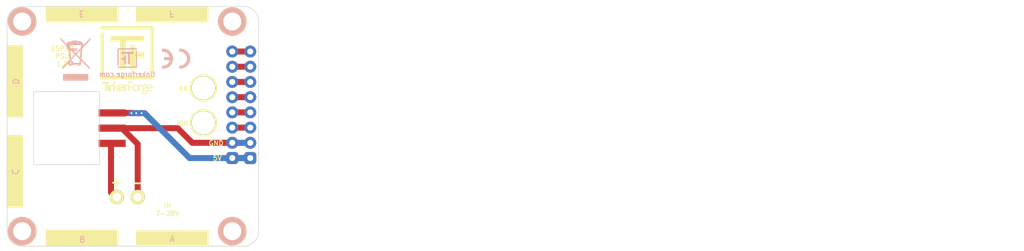
<source format=kicad_pcb>
(kicad_pcb (version 20171130) (host pcbnew "(5.1.4)-1")

  (general
    (thickness 1.6)
    (drawings 55)
    (tracks 32)
    (zones 0)
    (modules 12)
    (nets 10)
  )

  (page A4)
  (title_block
    (title "ESP32 Ethernet Brick")
    (date 2021-03-12)
    (rev 1.0)
    (company "Tinkerforge GmbH")
    (comment 1 "Licensed under CERN OHL v.1.1")
    (comment 2 "Copyright (©) 2021, B.Nordmeyer <bastian@tinkerforge.com>")
  )

  (layers
    (0 F.Cu signal)
    (31 B.Cu signal)
    (32 B.Adhes user)
    (33 F.Adhes user)
    (34 B.Paste user)
    (35 F.Paste user)
    (36 B.SilkS user)
    (37 F.SilkS user)
    (38 B.Mask user)
    (39 F.Mask user)
    (40 Dwgs.User user)
    (41 Cmts.User user)
    (42 Eco1.User user)
    (43 Eco2.User user)
    (44 Edge.Cuts user)
    (45 Margin user)
    (46 B.CrtYd user)
    (47 F.CrtYd user)
    (48 B.Fab user)
    (49 F.Fab user)
  )

  (setup
    (last_trace_width 1)
    (user_trace_width 0.15)
    (user_trace_width 0.2)
    (user_trace_width 0.25)
    (user_trace_width 0.3)
    (user_trace_width 0.5)
    (user_trace_width 0.7)
    (user_trace_width 1)
    (trace_clearance 0.149)
    (zone_clearance 0)
    (zone_45_only no)
    (trace_min 0.15)
    (via_size 0.55)
    (via_drill 0.25)
    (via_min_size 0.5)
    (via_min_drill 0.25)
    (user_via 0.55 0.25)
    (user_via 0.7 0.3)
    (uvia_size 0.3)
    (uvia_drill 0.1)
    (uvias_allowed no)
    (uvia_min_size 0.2)
    (uvia_min_drill 0.1)
    (edge_width 0.09906)
    (segment_width 1)
    (pcb_text_width 0.3048)
    (pcb_text_size 1.524 2.032)
    (mod_edge_width 0.381)
    (mod_text_size 1.524 1.524)
    (mod_text_width 0.3048)
    (pad_size 2 2)
    (pad_drill 1)
    (pad_to_mask_clearance 0)
    (aux_axis_origin 113.8 123.65)
    (grid_origin 113.8 123.65)
    (visible_elements 7FFFFFFF)
    (pcbplotparams
      (layerselection 0x010fc_ffffffff)
      (usegerberextensions true)
      (usegerberattributes false)
      (usegerberadvancedattributes false)
      (creategerberjobfile false)
      (excludeedgelayer true)
      (linewidth 0.050000)
      (plotframeref false)
      (viasonmask false)
      (mode 1)
      (useauxorigin false)
      (hpglpennumber 1)
      (hpglpenspeed 20)
      (hpglpendiameter 15.000000)
      (psnegative false)
      (psa4output false)
      (plotreference false)
      (plotvalue false)
      (plotinvisibletext false)
      (padsonsilk false)
      (subtractmaskfromsilk true)
      (outputformat 1)
      (mirror false)
      (drillshape 0)
      (scaleselection 1)
      (outputdirectory "../../production/bricks/ESP32_Ethernet_1_2/best/"))
  )

  (net 0 "")
  (net 1 IN_7-28V)
  (net 2 "Net-(P1-Pad2)")
  (net 3 "Net-(P101-Pad5)")
  (net 4 "Net-(P101-Pad4)")
  (net 5 "Net-(P101-Pad3)")
  (net 6 OUT_5V)
  (net 7 "Net-(P101-Pad6)")
  (net 8 "Net-(P101-Pad7)")
  (net 9 "Net-(P101-Pad8)")

  (net_class Default "This is the default net class."
    (clearance 0.149)
    (trace_width 0.15)
    (via_dia 0.55)
    (via_drill 0.25)
    (uvia_dia 0.3)
    (uvia_drill 0.1)
    (add_net IN_7-28V)
    (add_net "Net-(P1-Pad2)")
    (add_net "Net-(P101-Pad3)")
    (add_net "Net-(P101-Pad4)")
    (add_net "Net-(P101-Pad5)")
    (add_net "Net-(P101-Pad6)")
    (add_net "Net-(P101-Pad7)")
    (add_net "Net-(P101-Pad8)")
    (add_net OUT_5V)
  )

  (module kicad-libraries:WEEE_7mm (layer B.Cu) (tedit 5922FFAE) (tstamp 615EEE15)
    (at 125.2 132.45 180)
    (fp_text reference VAL (at 0 0) (layer B.SilkS) hide
      (effects (font (size 0.2 0.2) (thickness 0.05)) (justify mirror))
    )
    (fp_text value WEEE_7mm (at 0.75 0) (layer B.SilkS) hide
      (effects (font (size 0.2 0.2) (thickness 0.05)) (justify mirror))
    )
    (fp_poly (pts (xy 2.482863 3.409859) (xy 2.480804 3.376179) (xy 2.471206 3.341837) (xy 2.44964 3.301407)
      (xy 2.411675 3.249463) (xy 2.352883 3.180577) (xy 2.268835 3.089322) (xy 2.155101 2.970274)
      (xy 2.007251 2.818004) (xy 1.961444 2.771041) (xy 1.439333 2.23603) (xy 1.439333 1.978793)
      (xy 1.439333 1.721555) (xy 1.298222 1.721555) (xy 1.298222 1.994947) (xy 1.298222 2.099005)
      (xy 1.213555 2.017889) (xy 1.160676 1.962169) (xy 1.131131 1.921219) (xy 1.128889 1.913831)
      (xy 1.153434 1.897717) (xy 1.212566 1.89089) (xy 1.213555 1.890889) (xy 1.269418 1.895963)
      (xy 1.29309 1.922356) (xy 1.298206 1.986828) (xy 1.298222 1.994947) (xy 1.298222 1.721555)
      (xy 1.28539 1.721555) (xy 1.241376 1.723224) (xy 1.205837 1.724651) (xy 1.177386 1.720468)
      (xy 1.154636 1.705309) (xy 1.136199 1.673804) (xy 1.120687 1.620585) (xy 1.106713 1.540286)
      (xy 1.092889 1.427539) (xy 1.077827 1.276974) (xy 1.060141 1.083225) (xy 1.038443 0.840924)
      (xy 1.028031 0.725936) (xy 1.016 0.593851) (xy 1.016 2.342444) (xy 1.016 2.427111)
      (xy 0.964919 2.427111) (xy 0.964919 2.654131) (xy 0.96044 2.665934) (xy 0.910629 2.701752)
      (xy 0.825292 2.742703) (xy 0.723934 2.781372) (xy 0.626061 2.810345) (xy 0.551179 2.822208)
      (xy 0.549274 2.822222) (xy 0.494484 2.808563) (xy 0.479778 2.765778) (xy 0.476666 2.742735)
      (xy 0.461334 2.726991) (xy 0.424786 2.717163) (xy 0.358027 2.711867) (xy 0.252063 2.709719)
      (xy 0.239909 2.709686) (xy 0.239909 2.892647) (xy 0.233665 2.897338) (xy 0.218722 2.899226)
      (xy 0.112749 2.903792) (xy 0.007055 2.899226) (xy -0.017767 2.894178) (xy 0.007962 2.890336)
      (xy 0.078354 2.888317) (xy 0.112889 2.888155) (xy 0.197687 2.889381) (xy 0.239909 2.892647)
      (xy 0.239909 2.709686) (xy 0.112889 2.709333) (xy -0.254 2.709333) (xy -0.254 2.782537)
      (xy -0.256796 2.824575) (xy -0.274517 2.843911) (xy -0.321168 2.845575) (xy -0.402167 2.835755)
      (xy -0.502773 2.820747) (xy -0.559752 2.80431) (xy -0.585498 2.778111) (xy -0.592403 2.733815)
      (xy -0.592667 2.707668) (xy -0.592667 2.624667) (xy 0.201011 2.624667) (xy 0.434757 2.624964)
      (xy 0.617649 2.62606) (xy 0.755277 2.628256) (xy 0.853229 2.631858) (xy 0.917094 2.637169)
      (xy 0.952461 2.644492) (xy 0.964919 2.654131) (xy 0.964919 2.427111) (xy 0.026103 2.427111)
      (xy -0.874889 2.427111) (xy -0.874889 2.652889) (xy -0.884518 2.680377) (xy -0.887335 2.681111)
      (xy -0.91143 2.661335) (xy -0.917222 2.652889) (xy -0.914985 2.626883) (xy -0.904777 2.624667)
      (xy -0.876038 2.645153) (xy -0.874889 2.652889) (xy -0.874889 2.427111) (xy -0.963793 2.427111)
      (xy -0.943537 2.166055) (xy -0.938094 2.087369) (xy -0.932714 2.024235) (xy -0.92321 1.970393)
      (xy -0.905395 1.919583) (xy -0.875081 1.865545) (xy -0.828081 1.802019) (xy -0.760208 1.722746)
      (xy -0.667273 1.621464) (xy -0.54509 1.491915) (xy -0.389471 1.327837) (xy -0.366889 1.303985)
      (xy -0.042333 0.961041) (xy 0.205281 1.207243) (xy 0.452896 1.453444) (xy 0.099448 1.461343)
      (xy -0.254 1.469242) (xy -0.254 1.623621) (xy -0.254 1.778) (xy 0.183444 1.778)
      (xy 0.620889 1.778) (xy 0.620889 1.701353) (xy 0.622969 1.664993) (xy 0.634687 1.65375)
      (xy 0.664256 1.671682) (xy 0.719893 1.722845) (xy 0.776111 1.778) (xy 0.854414 1.857186)
      (xy 0.900636 1.914327) (xy 0.92323 1.966659) (xy 0.930646 2.031417) (xy 0.931333 2.094536)
      (xy 0.934803 2.190842) (xy 0.947055 2.241675) (xy 0.97085 2.257681) (xy 0.973667 2.257778)
      (xy 1.007275 2.28302) (xy 1.016 2.342444) (xy 1.016 0.593851) (xy 0.954054 -0.086239)
      (xy 1.34486 -0.498024) (xy 1.555216 -0.719617) (xy 1.729916 -0.903769) (xy 1.872041 -1.054091)
      (xy 1.984676 -1.174196) (xy 2.070901 -1.267694) (xy 2.133801 -1.338196) (xy 2.176457 -1.389314)
      (xy 2.201952 -1.424658) (xy 2.21337 -1.447841) (xy 2.213792 -1.462473) (xy 2.206301 -1.472165)
      (xy 2.19398 -1.480529) (xy 2.187398 -1.485028) (xy 2.139541 -1.515553) (xy 2.118022 -1.524)
      (xy 2.094879 -1.504317) (xy 2.039069 -1.449218) (xy 1.956356 -1.364626) (xy 1.852504 -1.256463)
      (xy 1.733278 -1.130652) (xy 1.678916 -1.072812) (xy 1.255889 -0.621625) (xy 1.239947 -0.712979)
      (xy 1.197516 -0.849251) (xy 1.119827 -0.950313) (xy 1.079557 -0.982306) (xy 1.017977 -1.011638)
      (xy 1.017977 -0.632978) (xy 0.995676 -0.556992) (xy 0.945013 -0.49721) (xy 0.945013 1.715394)
      (xy 0.94482 1.716067) (xy 0.923395 1.700567) (xy 0.870211 1.651048) (xy 0.792165 1.57462)
      (xy 0.696154 1.478392) (xy 0.589075 1.369476) (xy 0.477826 1.254981) (xy 0.369303 1.142017)
      (xy 0.270405 1.037695) (xy 0.188029 0.949124) (xy 0.129071 0.883415) (xy 0.100429 0.847678)
      (xy 0.098778 0.843916) (xy 0.117043 0.81413) (xy 0.166773 0.753937) (xy 0.240369 0.67125)
      (xy 0.330231 0.573984) (xy 0.42876 0.470051) (xy 0.528358 0.367365) (xy 0.621424 0.273839)
      (xy 0.70036 0.197387) (xy 0.757566 0.145921) (xy 0.785443 0.127355) (xy 0.786505 0.12776)
      (xy 0.793707 0.159396) (xy 0.805121 0.239895) (xy 0.819901 0.361901) (xy 0.837205 0.51806)
      (xy 0.856186 0.701015) (xy 0.876002 0.903411) (xy 0.878183 0.926402) (xy 0.897143 1.129855)
      (xy 0.913788 1.314176) (xy 0.927509 1.472128) (xy 0.937694 1.596473) (xy 0.943732 1.679974)
      (xy 0.945013 1.715394) (xy 0.945013 -0.49721) (xy 0.944024 -0.496043) (xy 0.871243 -0.460602)
      (xy 0.785555 -0.461141) (xy 0.764432 -0.470982) (xy 0.764432 -0.168896) (xy 0.745079 -0.120107)
      (xy 0.697438 -0.051745) (xy 0.618576 0.041481) (xy 0.505557 0.164861) (xy 0.374559 0.303585)
      (xy -0.041854 0.741711) (xy -0.132242 0.647751) (xy -0.132242 0.841738) (xy -0.508984 1.238599)
      (xy -0.625421 1.36067) (xy -0.727784 1.466874) (xy -0.810087 1.55109) (xy -0.866341 1.607198)
      (xy -0.89056 1.629078) (xy -0.891025 1.629119) (xy -0.890844 1.599805) (xy -0.886195 1.523686)
      (xy -0.877886 1.410152) (xy -0.866727 1.268597) (xy -0.853528 1.108412) (xy -0.839099 0.938988)
      (xy -0.824249 0.769717) (xy -0.809789 0.60999) (xy -0.796527 0.4692) (xy -0.785274 0.356738)
      (xy -0.776839 0.281995) (xy -0.772591 0.25543) (xy -0.74805 0.256656) (xy -0.687291 0.300651)
      (xy -0.590212 0.387499) (xy -0.456711 0.517286) (xy -0.445848 0.528132) (xy -0.132242 0.841738)
      (xy -0.132242 0.647751) (xy -0.403136 0.366149) (xy -0.532757 0.230252) (xy -0.62722 0.127772)
      (xy -0.691435 0.052372) (xy -0.730313 -0.002286) (xy -0.748765 -0.04254) (xy -0.751699 -0.074729)
      (xy -0.750572 -0.082317) (xy -0.742402 -0.14269) (xy -0.732359 -0.241951) (xy -0.722136 -0.362656)
      (xy -0.718145 -0.416278) (xy -0.699563 -0.677333) (xy -0.138115 -0.677333) (xy 0.423333 -0.677333)
      (xy 0.423333 -0.584835) (xy 0.449981 -0.463491) (xy 0.523642 -0.355175) (xy 0.63489 -0.272054)
      (xy 0.682126 -0.250719) (xy 0.73002 -0.228911) (xy 0.758434 -0.2034) (xy 0.764432 -0.168896)
      (xy 0.764432 -0.470982) (xy 0.711835 -0.495489) (xy 0.659024 -0.562819) (xy 0.647539 -0.649049)
      (xy 0.676635 -0.735445) (xy 0.723473 -0.788174) (xy 0.784468 -0.828555) (xy 0.830825 -0.846601)
      (xy 0.832555 -0.846667) (xy 0.877213 -0.830394) (xy 0.938072 -0.790949) (xy 0.941638 -0.788174)
      (xy 1.002705 -0.713529) (xy 1.017977 -0.632978) (xy 1.017977 -1.011638) (xy 0.949842 -1.044093)
      (xy 0.810166 -1.060981) (xy 0.675259 -1.034339) (xy 0.559855 -0.965538) (xy 0.525993 -0.9308)
      (xy 0.455199 -0.846667) (xy -0.0264 -0.846667) (xy -0.508 -0.846667) (xy -0.508 -0.959556)
      (xy -0.508 -1.072445) (xy -0.649111 -1.072445) (xy -0.790222 -1.072445) (xy -0.790222 -0.975954)
      (xy -0.803072 -0.881747) (xy -0.831861 -0.799565) (xy -0.85235 -0.735143) (xy -0.871496 -0.630455)
      (xy -0.886633 -0.501661) (xy -0.8916 -0.437445) (xy -0.909702 -0.155222) (xy -1.596125 -0.853722)
      (xy -1.756866 -1.017004) (xy -1.904817 -1.166738) (xy -2.035402 -1.29834) (xy -2.144049 -1.407222)
      (xy -2.226183 -1.4888) (xy -2.277232 -1.538486) (xy -2.292741 -1.552222) (xy -2.318618 -1.535182)
      (xy -2.3368 -1.518356) (xy -2.366614 -1.474736) (xy -2.370667 -1.458297) (xy -2.351653 -1.432751)
      (xy -2.297528 -1.371534) (xy -2.212667 -1.27931) (xy -2.101445 -1.160741) (xy -1.968236 -1.020491)
      (xy -1.817416 -0.863223) (xy -1.653359 -0.693601) (xy -1.649999 -0.690141) (xy -0.929331 0.051823)
      (xy -1.000888 0.874398) (xy -1.019193 1.08713) (xy -1.035769 1.284177) (xy -1.049992 1.457782)
      (xy -1.061239 1.600189) (xy -1.068889 1.70364) (xy -1.072318 1.760379) (xy -1.072445 1.765937)
      (xy -1.083169 1.796856) (xy -1.117145 1.848518) (xy -1.177081 1.924038) (xy -1.265681 2.026535)
      (xy -1.385653 2.159123) (xy -1.539703 2.324921) (xy -1.730537 2.527044) (xy -1.763174 2.561396)
      (xy -1.94576 2.753708) (xy -2.093058 2.909847) (xy -2.208848 3.034377) (xy -2.296909 3.131865)
      (xy -2.361021 3.206878) (xy -2.404962 3.263981) (xy -2.432513 3.30774) (xy -2.447452 3.342721)
      (xy -2.453559 3.373491) (xy -2.454619 3.396775) (xy -2.455333 3.505661) (xy -2.136329 3.170998)
      (xy -2.000627 3.028421) (xy -1.842494 2.861938) (xy -1.678217 2.688716) (xy -1.524082 2.52592)
      (xy -1.466152 2.46464) (xy -1.354055 2.346541) (xy -1.256193 2.244484) (xy -1.178749 2.164831)
      (xy -1.127907 2.113947) (xy -1.109886 2.09804) (xy -1.109577 2.126426) (xy -1.113821 2.195386)
      (xy -1.12076 2.279234) (xy -1.130834 2.37523) (xy -1.143684 2.427922) (xy -1.166434 2.45028)
      (xy -1.206208 2.455276) (xy -1.217475 2.455333) (xy -1.274769 2.462802) (xy -1.295863 2.497097)
      (xy -1.298222 2.54) (xy -1.290268 2.600887) (xy -1.25796 2.622991) (xy -1.232974 2.624667)
      (xy -1.165809 2.649307) (xy -1.106569 2.707387) (xy -1.038059 2.780849) (xy -0.96015 2.840472)
      (xy -0.90268 2.886543) (xy -0.87527 2.932359) (xy -0.874889 2.936944) (xy -0.866717 2.958171)
      (xy -0.836053 2.973488) (xy -0.773676 2.98482) (xy -0.670366 2.994091) (xy -0.571902 3.000209)
      (xy -0.444753 3.009947) (xy -0.342774 3.022633) (xy -0.277341 3.036575) (xy -0.259106 3.046795)
      (xy -0.227621 3.061127) (xy -0.152899 3.071083) (xy -0.047962 3.076818) (xy 0.074164 3.078489)
      (xy 0.200456 3.076251) (xy 0.31789 3.07026) (xy 0.41344 3.060673) (xy 0.474084 3.047645)
      (xy 0.488466 3.037844) (xy 0.523084 3.012128) (xy 0.59531 2.989452) (xy 0.645346 2.980608)
      (xy 0.752526 2.955733) (xy 0.873538 2.912358) (xy 0.942299 2.880321) (xy 1.046225 2.831835)
      (xy 1.128071 2.811654) (xy 1.210866 2.814154) (xy 1.212404 2.814358) (xy 1.324381 2.811082)
      (xy 1.398504 2.765955) (xy 1.435053 2.678737) (xy 1.439333 2.621893) (xy 1.416263 2.519845)
      (xy 1.351912 2.452433) (xy 1.25357 2.427141) (xy 1.249609 2.427111) (xy 1.20332 2.41653)
      (xy 1.186549 2.373932) (xy 1.185333 2.342444) (xy 1.192841 2.282987) (xy 1.210931 2.257784)
      (xy 1.211244 2.257778) (xy 1.236778 2.277108) (xy 1.296879 2.331881) (xy 1.386564 2.417269)
      (xy 1.500846 2.528446) (xy 1.634743 2.660585) (xy 1.783269 2.808858) (xy 1.859662 2.885722)
      (xy 2.48217 3.513666) (xy 2.482863 3.409859)) (layer B.SilkS) (width 0.1))
    (fp_poly (pts (xy 2.032 -3.527778) (xy -0.014111 -3.527778) (xy -2.060222 -3.527778) (xy -2.060222 -3.019778)
      (xy -2.060222 -2.511778) (xy -0.014111 -2.511778) (xy 2.032 -2.511778) (xy 2.032 -3.019778)
      (xy 2.032 -3.527778)) (layer B.SilkS) (width 0.1))
  )

  (module kicad-libraries:CE_5mm (layer B.Cu) (tedit 5922FFD4) (tstamp 615EEDB5)
    (at 141.9 132.35 180)
    (fp_text reference VAL (at 0 0) (layer B.SilkS) hide
      (effects (font (size 0.2 0.2) (thickness 0.05)) (justify mirror))
    )
    (fp_text value CE_5mm (at 0 0) (layer B.SilkS) hide
      (effects (font (size 0.2 0.2) (thickness 0.05)) (justify mirror))
    )
    (fp_poly (pts (xy 2.3114 -1.67132) (xy 2.30124 -1.67132) (xy 2.28854 -1.67386) (xy 2.26822 -1.6764)
      (xy 2.24282 -1.6764) (xy 2.21742 -1.67894) (xy 2.18694 -1.67894) (xy 2.15646 -1.67894)
      (xy 2.12852 -1.67894) (xy 2.10058 -1.67894) (xy 2.07518 -1.67894) (xy 2.05232 -1.67894)
      (xy 2.04978 -1.67894) (xy 1.96088 -1.67132) (xy 1.87706 -1.66116) (xy 1.79578 -1.64592)
      (xy 1.7145 -1.6256) (xy 1.65862 -1.61036) (xy 1.55956 -1.57988) (xy 1.46304 -1.53924)
      (xy 1.36906 -1.49606) (xy 1.27762 -1.44526) (xy 1.18872 -1.38938) (xy 1.1049 -1.32588)
      (xy 1.02362 -1.25984) (xy 0.94742 -1.18872) (xy 0.8763 -1.11252) (xy 0.81026 -1.03378)
      (xy 0.762 -0.96774) (xy 0.70358 -0.87884) (xy 0.65024 -0.78994) (xy 0.60452 -0.69596)
      (xy 0.56642 -0.60198) (xy 0.53086 -0.50546) (xy 0.50546 -0.4064) (xy 0.4826 -0.30734)
      (xy 0.46736 -0.20828) (xy 0.4572 -0.10668) (xy 0.45466 -0.00508) (xy 0.4572 0.09398)
      (xy 0.46482 0.19558) (xy 0.48006 0.29464) (xy 0.50038 0.39624) (xy 0.52832 0.49276)
      (xy 0.56134 0.58928) (xy 0.59944 0.68326) (xy 0.64516 0.77724) (xy 0.69596 0.86868)
      (xy 0.75184 0.95504) (xy 0.79248 1.01092) (xy 0.85852 1.0922) (xy 0.9271 1.1684)
      (xy 1.0033 1.24206) (xy 1.08204 1.31064) (xy 1.16332 1.3716) (xy 1.24968 1.42748)
      (xy 1.33858 1.48082) (xy 1.43256 1.52654) (xy 1.52654 1.56718) (xy 1.6256 1.6002)
      (xy 1.72466 1.62814) (xy 1.82626 1.651) (xy 1.9304 1.66878) (xy 2.03454 1.6764)
      (xy 2.13614 1.68148) (xy 2.15392 1.68148) (xy 2.17424 1.67894) (xy 2.19964 1.67894)
      (xy 2.2225 1.67894) (xy 2.24536 1.6764) (xy 2.26568 1.67386) (xy 2.28346 1.67386)
      (xy 2.29616 1.67132) (xy 2.2987 1.67132) (xy 2.30886 1.67132) (xy 2.30886 1.40208)
      (xy 2.30886 1.13538) (xy 2.29108 1.13792) (xy 2.2352 1.143) (xy 2.17678 1.14554)
      (xy 2.11836 1.14554) (xy 2.06248 1.143) (xy 2.00914 1.13792) (xy 2.0066 1.13792)
      (xy 1.9177 1.12268) (xy 1.83134 1.10236) (xy 1.74752 1.07442) (xy 1.66878 1.0414)
      (xy 1.59004 1.0033) (xy 1.51638 0.95758) (xy 1.44526 0.90932) (xy 1.37668 0.85344)
      (xy 1.31318 0.79248) (xy 1.25476 0.72644) (xy 1.21158 0.67056) (xy 1.16586 0.60452)
      (xy 1.12268 0.53086) (xy 1.08712 0.4572) (xy 1.0541 0.37592) (xy 1.03378 0.31242)
      (xy 1.0287 0.29464) (xy 1.02616 0.28194) (xy 1.02362 0.27178) (xy 1.02108 0.2667)
      (xy 1.02362 0.2667) (xy 1.0287 0.26416) (xy 1.03378 0.26416) (xy 1.04394 0.26416)
      (xy 1.0541 0.26416) (xy 1.06934 0.26416) (xy 1.08712 0.26416) (xy 1.10998 0.26416)
      (xy 1.13538 0.26162) (xy 1.16586 0.26162) (xy 1.20142 0.26162) (xy 1.23952 0.26162)
      (xy 1.28524 0.26162) (xy 1.33604 0.26162) (xy 1.39192 0.26162) (xy 1.45542 0.26162)
      (xy 1.49352 0.26162) (xy 1.96596 0.26162) (xy 1.96596 0.01016) (xy 1.96596 -0.2413)
      (xy 1.48844 -0.24384) (xy 1.00838 -0.24384) (xy 1.02362 -0.29972) (xy 1.03632 -0.35052)
      (xy 1.05156 -0.39624) (xy 1.06934 -0.43942) (xy 1.08712 -0.48514) (xy 1.10998 -0.53086)
      (xy 1.11506 -0.54102) (xy 1.1557 -0.61722) (xy 1.20396 -0.68834) (xy 1.2573 -0.75692)
      (xy 1.31572 -0.82296) (xy 1.37922 -0.88138) (xy 1.44526 -0.93726) (xy 1.48082 -0.96266)
      (xy 1.55448 -1.01092) (xy 1.63068 -1.05156) (xy 1.70942 -1.08712) (xy 1.7907 -1.1176)
      (xy 1.87706 -1.143) (xy 1.96596 -1.16078) (xy 1.98374 -1.16332) (xy 2.01168 -1.16586)
      (xy 2.04216 -1.1684) (xy 2.07518 -1.17094) (xy 2.11074 -1.17094) (xy 2.1463 -1.17348)
      (xy 2.18186 -1.17348) (xy 2.21742 -1.17094) (xy 2.2479 -1.17094) (xy 2.27584 -1.1684)
      (xy 2.2987 -1.16586) (xy 2.30378 -1.16332) (xy 2.3114 -1.16332) (xy 2.3114 -1.41732)
      (xy 2.3114 -1.67132)) (layer B.SilkS) (width 0.00254))
    (fp_poly (pts (xy -0.55372 -1.67132) (xy -0.5715 -1.67386) (xy -0.57912 -1.6764) (xy -0.59436 -1.6764)
      (xy -0.61214 -1.6764) (xy -0.635 -1.6764) (xy -0.65786 -1.67894) (xy -0.68326 -1.67894)
      (xy -0.70866 -1.67894) (xy -0.73406 -1.67894) (xy -0.75692 -1.67894) (xy -0.7747 -1.67894)
      (xy -0.7874 -1.67894) (xy -0.79756 -1.67894) (xy -0.80518 -1.67894) (xy -0.82042 -1.6764)
      (xy -0.83566 -1.6764) (xy -0.85598 -1.67386) (xy -0.95758 -1.66116) (xy -1.05664 -1.64338)
      (xy -1.15824 -1.62052) (xy -1.2573 -1.59004) (xy -1.35382 -1.55194) (xy -1.40462 -1.53162)
      (xy -1.49606 -1.4859) (xy -1.58496 -1.4351) (xy -1.67386 -1.37922) (xy -1.75514 -1.31826)
      (xy -1.83642 -1.24968) (xy -1.91008 -1.17856) (xy -1.9812 -1.10236) (xy -2.04724 -1.02108)
      (xy -2.1082 -0.93726) (xy -2.14884 -0.87376) (xy -2.18694 -0.80772) (xy -2.2225 -0.7366)
      (xy -2.25552 -0.66548) (xy -2.286 -0.59436) (xy -2.30886 -0.52324) (xy -2.3114 -0.51562)
      (xy -2.34188 -0.41402) (xy -2.36474 -0.30988) (xy -2.37998 -0.20574) (xy -2.39014 -0.09906)
      (xy -2.39268 0.00508) (xy -2.39014 0.11176) (xy -2.37998 0.2159) (xy -2.36474 0.31496)
      (xy -2.34188 0.41402) (xy -2.3114 0.51308) (xy -2.27838 0.6096) (xy -2.23774 0.70612)
      (xy -2.19202 0.79756) (xy -2.14122 0.88646) (xy -2.10566 0.9398) (xy -2.0447 1.02362)
      (xy -1.97866 1.1049) (xy -1.90754 1.1811) (xy -1.83388 1.25222) (xy -1.7526 1.31826)
      (xy -1.66878 1.38176) (xy -1.58242 1.43764) (xy -1.49098 1.48844) (xy -1.397 1.53416)
      (xy -1.30048 1.5748) (xy -1.20142 1.60782) (xy -1.19888 1.60782) (xy -1.10998 1.63322)
      (xy -1.016 1.651) (xy -0.92202 1.66624) (xy -0.8255 1.6764) (xy -0.73152 1.67894)
      (xy -0.64008 1.67894) (xy -0.58166 1.67386) (xy -0.55372 1.67386) (xy -0.55372 1.4097)
      (xy -0.55372 1.14808) (xy -0.56134 1.15062) (xy -0.57658 1.15316) (xy -0.5969 1.1557)
      (xy -0.6223 1.15824) (xy -0.65024 1.15824) (xy -0.68072 1.15824) (xy -0.71374 1.15824)
      (xy -0.74676 1.15824) (xy -0.77724 1.15824) (xy -0.80772 1.1557) (xy -0.83312 1.15316)
      (xy -0.8509 1.15062) (xy -0.9398 1.13538) (xy -1.02616 1.11506) (xy -1.10998 1.08712)
      (xy -1.19126 1.0541) (xy -1.27 1.01346) (xy -1.34366 0.97028) (xy -1.41478 0.91948)
      (xy -1.48336 0.86106) (xy -1.524 0.82296) (xy -1.58496 0.75692) (xy -1.64084 0.68834)
      (xy -1.6891 0.61468) (xy -1.73228 0.54102) (xy -1.77038 0.46228) (xy -1.8034 0.381)
      (xy -1.8288 0.29718) (xy -1.84658 0.21082) (xy -1.85928 0.12192) (xy -1.86182 0.09906)
      (xy -1.86436 0.0762) (xy -1.86436 0.04572) (xy -1.86436 0.0127) (xy -1.86436 -0.02286)
      (xy -1.86436 -0.05842) (xy -1.86182 -0.09144) (xy -1.85928 -0.12192) (xy -1.85674 -0.14986)
      (xy -1.85674 -0.16256) (xy -1.8415 -0.24384) (xy -1.82118 -0.32258) (xy -1.79578 -0.39878)
      (xy -1.7653 -0.47498) (xy -1.75006 -0.50292) (xy -1.71196 -0.57658) (xy -1.67132 -0.64516)
      (xy -1.62306 -0.70866) (xy -1.57226 -0.77216) (xy -1.524 -0.82296) (xy -1.4605 -0.88138)
      (xy -1.39192 -0.93726) (xy -1.31826 -0.98552) (xy -1.2446 -1.0287) (xy -1.16332 -1.0668)
      (xy -1.08204 -1.09728) (xy -0.99822 -1.12268) (xy -0.90932 -1.143) (xy -0.87122 -1.14808)
      (xy -0.85344 -1.15062) (xy -0.8382 -1.15316) (xy -0.8255 -1.1557) (xy -0.81026 -1.1557)
      (xy -0.79502 -1.1557) (xy -0.77724 -1.15824) (xy -0.75692 -1.15824) (xy -0.72898 -1.15824)
      (xy -0.70612 -1.15824) (xy -0.67818 -1.15824) (xy -0.65278 -1.15824) (xy -0.62738 -1.1557)
      (xy -0.60706 -1.1557) (xy -0.59182 -1.1557) (xy -0.57912 -1.15316) (xy -0.56642 -1.15316)
      (xy -0.5588 -1.15062) (xy -0.55626 -1.15062) (xy -0.55626 -1.15316) (xy -0.55626 -1.16332)
      (xy -0.55626 -1.17856) (xy -0.55626 -1.19888) (xy -0.55626 -1.22428) (xy -0.55372 -1.25476)
      (xy -0.55372 -1.28778) (xy -0.55372 -1.32334) (xy -0.55372 -1.36144) (xy -0.55372 -1.40208)
      (xy -0.55372 -1.41224) (xy -0.55372 -1.67132)) (layer B.SilkS) (width 0.00254))
  )

  (module kicad-libraries:Logo_31x31 (layer B.Cu) (tedit 0) (tstamp 615EED61)
    (at 133.8 132.25 180)
    (fp_text reference G*** (at 0 0) (layer B.SilkS) hide
      (effects (font (size 1.524 1.524) (thickness 0.3)) (justify mirror))
    )
    (fp_text value LOGO (at 0.75 0) (layer B.SilkS) hide
      (effects (font (size 1.524 1.524) (thickness 0.3)) (justify mirror))
    )
    (fp_poly (pts (xy 0.483809 0.030238) (xy 1.016 0.030238) (xy 1.016 -0.27819) (xy 0.483809 -0.27819)
      (xy 0.483809 -1.016) (xy 0.145142 -1.016) (xy 0.145142 0.459619) (xy 0.483809 0.459619)
      (xy 0.483809 0.030238)) (layer B.SilkS) (width 0.01))
    (fp_poly (pts (xy 1.016 0.701524) (xy -0.090715 0.701524) (xy -0.090715 -1.016) (xy -0.429381 -1.016)
      (xy -0.429381 0.701524) (xy -1.028096 0.701524) (xy -1.028096 1.034143) (xy 1.016 1.034143)
      (xy 1.016 0.701524)) (layer B.SilkS) (width 0.01))
    (fp_poly (pts (xy 1.614714 -1.221619) (xy 1.427238 -1.221619) (xy 1.427238 1.439334) (xy -1.62681 1.439334)
      (xy -1.62681 1.62681) (xy 1.614714 1.62681) (xy 1.614714 -1.221619)) (layer B.SilkS) (width 0.01))
    (fp_poly (pts (xy -1.433286 -1.42119) (xy 1.614714 -1.42119) (xy 1.614714 -1.608666) (xy -1.62681 -1.608666)
      (xy -1.62681 1.239762) (xy -1.433286 1.239762) (xy -1.433286 -1.42119)) (layer B.SilkS) (width 0.01))
  )

  (module kicad-libraries:Logo_TF_10x12 (layer F.Cu) (tedit 0) (tstamp 615EEC00)
    (at 133.8 132.45)
    (fp_text reference G*** (at 0 0) (layer F.SilkS) hide
      (effects (font (size 1.524 1.524) (thickness 0.3)))
    )
    (fp_text value LOGO (at 0.75 0) (layer F.SilkS) hide
      (effects (font (size 1.524 1.524) (thickness 0.3)))
    )
    (fp_poly (pts (xy 1.330036 -1.149928) (xy 2.784763 -1.149928) (xy 2.784763 -0.300211) (xy 1.332345 -0.297873)
      (xy 1.330015 1.704109) (xy 0.397163 1.704109) (xy 0.397163 -2.322946) (xy 1.330036 -2.322946)
      (xy 1.330036 -1.149928)) (layer F.SilkS) (width 0.01))
    (fp_poly (pts (xy 2.784763 -2.974109) (xy -0.240146 -2.974109) (xy -0.240146 1.704109) (xy -1.173018 1.704109)
      (xy -1.173018 -2.974109) (xy -2.798618 -2.974109) (xy -2.798618 -3.879273) (xy 2.784763 -3.879273)
      (xy 2.784763 -2.974109)) (layer F.SilkS) (width 0.01))
    (fp_poly (pts (xy 4.4196 2.272145) (xy 3.888509 2.272145) (xy 3.888509 -4.983019) (xy -4.433455 -4.983019)
      (xy -4.433455 -5.514109) (xy 4.4196 -5.514109) (xy 4.4196 2.272145)) (layer F.SilkS) (width 0.01))
    (fp_poly (pts (xy -3.902364 2.807854) (xy 4.4196 2.807854) (xy 4.4196 3.338945) (xy -4.433455 3.338945)
      (xy -4.433455 -4.447309) (xy -3.902364 -4.447309) (xy -3.902364 2.807854)) (layer F.SilkS) (width 0.01))
    (fp_poly (pts (xy 1.020618 3.9624) (xy 0.133927 3.9624) (xy 0.133927 3.81) (xy 1.020618 3.81)
      (xy 1.020618 3.9624)) (layer F.SilkS) (width 0.01))
    (fp_poly (pts (xy -2.036618 4.144818) (xy -2.036648 4.201409) (xy -2.036732 4.255246) (xy -2.036866 4.305626)
      (xy -2.037047 4.351846) (xy -2.037269 4.393204) (xy -2.037528 4.428998) (xy -2.037819 4.458526)
      (xy -2.038139 4.481085) (xy -2.038481 4.495973) (xy -2.038843 4.502487) (xy -2.038928 4.502727)
      (xy -2.040743 4.4988) (xy -2.041265 4.492336) (xy -2.043002 4.479198) (xy -2.047708 4.459664)
      (xy -2.054702 4.435822) (xy -2.063305 4.409761) (xy -2.072835 4.383569) (xy -2.082614 4.359335)
      (xy -2.089652 4.3438) (xy -2.119636 4.29057) (xy -2.154611 4.244914) (xy -2.194968 4.206393)
      (xy -2.2411 4.174572) (xy -2.241564 4.174302) (xy -2.276451 4.154054) (xy -2.276607 3.970481)
      (xy -2.276764 3.786909) (xy -2.036618 3.786909) (xy -2.036618 4.144818)) (layer F.SilkS) (width 0.01))
    (fp_poly (pts (xy 2.4384 4.376188) (xy 2.409536 4.382089) (xy 2.377172 4.390188) (xy 2.338862 4.402208)
      (xy 2.296596 4.417347) (xy 2.252367 4.434804) (xy 2.208166 4.453777) (xy 2.165985 4.473465)
      (xy 2.127816 4.493068) (xy 2.112818 4.501452) (xy 2.080491 4.520081) (xy 2.07931 4.913186)
      (xy 2.07813 5.306291) (xy 1.921163 5.306291) (xy 1.921163 4.230254) (xy 2.078182 4.230254)
      (xy 2.078182 4.301836) (xy 2.078277 4.326368) (xy 2.078542 4.347276) (xy 2.078941 4.362992)
      (xy 2.07944 4.371944) (xy 2.079758 4.373418) (xy 2.084022 4.371034) (xy 2.094261 4.364607)
      (xy 2.108771 4.35522) (xy 2.120167 4.347726) (xy 2.150325 4.329122) (xy 2.18543 4.309698)
      (xy 2.223804 4.290198) (xy 2.263768 4.271367) (xy 2.303643 4.253948) (xy 2.341749 4.238686)
      (xy 2.376408 4.226325) (xy 2.405941 4.21761) (xy 2.421082 4.214339) (xy 2.4384 4.211363)
      (xy 2.4384 4.376188)) (layer F.SilkS) (width 0.01))
    (fp_poly (pts (xy 0.295563 4.548841) (xy 0.592282 4.550029) (xy 0.889 4.551218) (xy 0.890271 4.62392)
      (xy 0.891543 4.696623) (xy 0.594708 4.697811) (xy 0.297872 4.699) (xy 0.296685 5.002645)
      (xy 0.295497 5.306291) (xy 0.133927 5.306291) (xy 0.133927 4.202545) (xy 0.295563 4.202545)
      (xy 0.295563 4.548841)) (layer F.SilkS) (width 0.01))
    (fp_poly (pts (xy 0.039051 4.216253) (xy 0.039762 4.228719) (xy 0.040286 4.248072) (xy 0.0406 4.27314)
      (xy 0.040685 4.30275) (xy 0.040519 4.335727) (xy 0.040482 4.339749) (xy 0.039254 4.467716)
      (xy 0.013854 4.473021) (xy -0.02398 4.481878) (xy -0.065604 4.493255) (xy -0.108777 4.506411)
      (xy -0.151257 4.520606) (xy -0.190803 4.535101) (xy -0.225173 4.549154) (xy -0.245918 4.558815)
      (xy -0.272473 4.572133) (xy -0.272473 5.306291) (xy -0.512618 5.306291) (xy -0.512618 4.234872)
      (xy -0.272749 4.234872) (xy -0.271456 4.292609) (xy -0.270164 4.350346) (xy -0.244099 4.331846)
      (xy -0.223052 4.318272) (xy -0.195658 4.302618) (xy -0.164217 4.286051) (xy -0.131026 4.269744)
      (xy -0.098383 4.254865) (xy -0.069273 4.242848) (xy -0.047665 4.235031) (xy -0.024315 4.227411)
      (xy -0.001523 4.22065) (xy 0.018417 4.215411) (xy 0.033207 4.212356) (xy 0.038173 4.21185)
      (xy 0.039051 4.216253)) (layer F.SilkS) (width 0.01))
    (fp_poly (pts (xy -1.451468 4.235682) (xy -1.430269 4.235878) (xy -1.415698 4.236205) (xy -1.4089 4.236658)
      (xy -1.408546 4.236805) (xy -1.41099 4.242093) (xy -1.418142 4.254704) (xy -1.42973 4.274181)
      (xy -1.445485 4.300067) (xy -1.460189 4.323925) (xy -1.469953 4.339911) (xy -1.477536 4.352729)
      (xy -1.481848 4.360513) (xy -1.482437 4.361936) (xy -1.484734 4.366596) (xy -1.490725 4.376709)
      (xy -1.498226 4.388684) (xy -1.50837 4.40485) (xy -1.517911 4.420556) (xy -1.522943 4.429183)
      (xy -1.530459 4.44216) (xy -1.541768 4.461251) (xy -1.555818 4.484708) (xy -1.571561 4.510779)
      (xy -1.587947 4.537714) (xy -1.59338 4.5466) (xy -1.613979 4.580455) (xy -1.633764 4.613386)
      (xy -1.652175 4.644424) (xy -1.668653 4.672603) (xy -1.682636 4.696956) (xy -1.693567 4.716515)
      (xy -1.700885 4.730315) (xy -1.70403 4.737389) (xy -1.704109 4.737877) (xy -1.701943 4.743826)
      (xy -1.695949 4.756319) (xy -1.686882 4.773882) (xy -1.675499 4.795039) (xy -1.666321 4.811618)
      (xy -1.638049 4.862211) (xy -1.614108 4.905271) (xy -1.594235 4.941277) (xy -1.578164 4.970707)
      (xy -1.567811 4.989945) (xy -1.556772 5.010436) (xy -1.54186 5.037814) (xy -1.523718 5.070908)
      (xy -1.502991 5.10855) (xy -1.480324 5.14957) (xy -1.456362 5.192798) (xy -1.431749 5.237066)
      (xy -1.415042 5.267036) (xy -1.406403 5.282598) (xy -1.39959 5.295026) (xy -1.395798 5.302133)
      (xy -1.395461 5.302827) (xy -1.399489 5.303703) (xy -1.411628 5.304497) (xy -1.430756 5.305181)
      (xy -1.455747 5.305726) (xy -1.485479 5.306102) (xy -1.518825 5.30628) (xy -1.529432 5.306291)
      (xy -1.56858 5.306253) (xy -1.599503 5.3061) (xy -1.623215 5.305776) (xy -1.640726 5.30522)
      (xy -1.653048 5.304375) (xy -1.661194 5.303184) (xy -1.666174 5.301586) (xy -1.669003 5.299526)
      (xy -1.669985 5.298209) (xy -1.674604 5.290491) (xy -1.683377 5.275521) (xy -1.695864 5.25406)
      (xy -1.711627 5.226869) (xy -1.730225 5.19471) (xy -1.751219 5.158344) (xy -1.774171 5.118532)
      (xy -1.798639 5.076035) (xy -1.824186 5.031614) (xy -1.850371 4.98603) (xy -1.875732 4.94183)
      (xy -1.888989 4.918782) (xy -1.900649 4.898643) (xy -1.909945 4.882729) (xy -1.916107 4.872357)
      (xy -1.918329 4.868859) (xy -1.92323 4.868895) (xy -1.934893 4.870253) (xy -1.950999 4.872561)
      (xy -1.96923 4.875451) (xy -1.987266 4.878551) (xy -2.00279 4.881491) (xy -2.013483 4.883903)
      (xy -2.014682 4.884242) (xy -2.017176 4.884459) (xy -2.019098 4.882746) (xy -2.020522 4.878069)
      (xy -2.021523 4.869396) (xy -2.022174 4.855694) (xy -2.022548 4.83593) (xy -2.02272 4.809071)
      (xy -2.022764 4.774085) (xy -2.022764 4.771165) (xy -2.02263 4.739456) (xy -2.022255 4.710902)
      (xy -2.021675 4.686771) (xy -2.020928 4.66833) (xy -2.020051 4.656846) (xy -2.019283 4.653521)
      (xy -2.013473 4.652024) (xy -2.000658 4.649739) (xy -1.982998 4.64703) (xy -1.970619 4.645306)
      (xy -1.925436 4.639242) (xy -1.885671 4.574448) (xy -1.870185 4.549282) (xy -1.854395 4.523735)
      (xy -1.839796 4.500222) (xy -1.827885 4.481156) (xy -1.82402 4.475018) (xy -1.813334 4.457947)
      (xy -1.7995 4.43562) (xy -1.784151 4.410681) (xy -1.768919 4.385776) (xy -1.765822 4.380688)
      (xy -1.750316 4.355216) (xy -1.733878 4.328239) (xy -1.718324 4.302738) (xy -1.705473 4.281698)
      (xy -1.703878 4.279088) (xy -1.678246 4.237181) (xy -1.543396 4.235957) (xy -1.509176 4.235714)
      (xy -1.478151 4.235625) (xy -1.451468 4.235682)) (layer F.SilkS) (width 0.01))
    (fp_poly (pts (xy -2.403779 4.216113) (xy -2.355871 4.225914) (xy -2.313434 4.241095) (xy -2.306782 4.244255)
      (xy -2.266917 4.267769) (xy -2.232937 4.296314) (xy -2.203865 4.330976) (xy -2.178724 4.372841)
      (xy -2.165397 4.401222) (xy -2.153362 4.434137) (xy -2.142298 4.474057) (xy -2.132682 4.518766)
      (xy -2.124992 4.566045) (xy -2.119713 4.613563) (xy -2.118957 4.627264) (xy -2.118239 4.649284)
      (xy -2.117571 4.678707) (xy -2.116963 4.714617) (xy -2.116427 4.756096) (xy -2.115974 4.802229)
      (xy -2.115615 4.852098) (xy -2.115361 4.904787) (xy -2.115223 4.959379) (xy -2.115201 4.986481)
      (xy -2.115128 5.306291) (xy -2.355273 5.306291) (xy -2.355273 4.986131) (xy -2.35531 4.918577)
      (xy -2.355441 4.85952) (xy -2.355696 4.808218) (xy -2.356106 4.763932) (xy -2.356702 4.725922)
      (xy -2.357514 4.693448) (xy -2.358573 4.665769) (xy -2.359909 4.642145) (xy -2.361552 4.621837)
      (xy -2.363533 4.604103) (xy -2.365883 4.588205) (xy -2.368632 4.573402) (xy -2.371811 4.558953)
      (xy -2.373108 4.553527) (xy -2.3858 4.518062) (xy -2.4051 4.486641) (xy -2.429806 4.460824)
      (xy -2.458716 4.442173) (xy -2.458914 4.442079) (xy -2.483172 4.433233) (xy -2.51023 4.428725)
      (xy -2.541326 4.428575) (xy -2.577691 4.432801) (xy -2.620563 4.441423) (xy -2.634827 4.444858)
      (xy -2.660849 4.451605) (xy -2.68629 4.458702) (xy -2.70851 4.465378) (xy -2.724866 4.470866)
      (xy -2.727037 4.471689) (xy -2.754746 4.482499) (xy -2.755925 4.894395) (xy -2.757105 5.306291)
      (xy -2.9972 5.306291) (xy -2.9972 4.234872) (xy -2.757055 4.234872) (xy -2.757055 4.259503)
      (xy -2.756588 4.273786) (xy -2.755389 4.283922) (xy -2.75436 4.286828) (xy -2.749045 4.286498)
      (xy -2.739356 4.282251) (xy -2.737041 4.280945) (xy -2.721402 4.273163) (xy -2.699031 4.263856)
      (xy -2.672146 4.253785) (xy -2.642963 4.243714) (xy -2.613699 4.234404) (xy -2.586572 4.226618)
      (xy -2.563798 4.221116) (xy -2.561773 4.220706) (xy -2.508586 4.213338) (xy -2.455303 4.211864)
      (xy -2.403779 4.216113)) (layer F.SilkS) (width 0.01))
    (fp_poly (pts (xy -3.112655 5.306291) (xy -3.3528 5.306291) (xy -3.3528 4.234872) (xy -3.112655 4.234872)
      (xy -3.112655 5.306291)) (layer F.SilkS) (width 0.01))
    (fp_poly (pts (xy -3.020291 4.054763) (xy -3.486552 4.054763) (xy -3.489068 4.065154) (xy -3.489364 4.070962)
      (xy -3.489632 4.085458) (xy -3.48987 4.108095) (xy -3.490076 4.138325) (xy -3.490251 4.1756)
      (xy -3.490393 4.219374) (xy -3.490501 4.269097) (xy -3.490573 4.324222) (xy -3.490609 4.384201)
      (xy -3.490608 4.448487) (xy -3.490568 4.516533) (xy -3.490489 4.587789) (xy -3.490368 4.661709)
      (xy -3.490311 4.690918) (xy -3.489037 5.306291) (xy -3.731458 5.306291) (xy -3.732629 4.681681)
      (xy -3.7338 4.057072) (xy -4.211782 4.05468) (xy -4.211782 3.819236) (xy -3.020291 3.819236)
      (xy -3.020291 4.054763)) (layer F.SilkS) (width 0.01))
    (fp_poly (pts (xy 3.815993 4.212061) (xy 3.862811 4.215306) (xy 3.905976 4.22178) (xy 3.941618 4.231008)
      (xy 3.994968 4.252811) (xy 4.042105 4.280671) (xy 4.083169 4.314802) (xy 4.118301 4.355414)
      (xy 4.147642 4.402721) (xy 4.171333 4.456934) (xy 4.189514 4.518267) (xy 4.202326 4.586931)
      (xy 4.207526 4.632077) (xy 4.210174 4.667881) (xy 4.210903 4.699563) (xy 4.209728 4.732037)
      (xy 4.207874 4.756768) (xy 4.205893 4.780397) (xy 4.204246 4.801173) (xy 4.203081 4.817123)
      (xy 4.202549 4.82627) (xy 4.202532 4.827154) (xy 4.202138 4.828667) (xy 4.200545 4.829978)
      (xy 4.19714 4.831104) (xy 4.191312 4.832056) (xy 4.182449 4.832851) (xy 4.169939 4.833501)
      (xy 4.153172 4.834023) (xy 4.131536 4.834428) (xy 4.104418 4.834733) (xy 4.071208 4.83495)
      (xy 4.031293 4.835095) (xy 3.984063 4.835181) (xy 3.928905 4.835224) (xy 3.865209 4.835236)
      (xy 3.508557 4.835236) (xy 3.511781 4.883353) (xy 3.518922 4.946756) (xy 3.531353 5.002605)
      (xy 3.549085 5.050926) (xy 3.572128 5.091744) (xy 3.600495 5.125085) (xy 3.627754 5.146876)
      (xy 3.647334 5.158978) (xy 3.666758 5.168792) (xy 3.687164 5.176481) (xy 3.709694 5.18221)
      (xy 3.735485 5.186142) (xy 3.765678 5.188441) (xy 3.801414 5.18927) (xy 3.84383 5.188794)
      (xy 3.894068 5.187176) (xy 3.905113 5.186731) (xy 3.942751 5.185078) (xy 3.981583 5.183196)
      (xy 4.019367 5.181207) (xy 4.053861 5.179231) (xy 4.082822 5.177391) (xy 4.097595 5.176326)
      (xy 4.121655 5.174592) (xy 4.142249 5.17335) (xy 4.15772 5.172679) (xy 4.166408 5.172662)
      (xy 4.167671 5.172895) (xy 4.168443 5.177945) (xy 4.169243 5.190444) (xy 4.169985 5.208607)
      (xy 4.170581 5.230647) (xy 4.170663 5.234743) (xy 4.17181 5.294745) (xy 4.132914 5.300381)
      (xy 4.088059 5.306346) (xy 4.040189 5.311756) (xy 3.990583 5.316539) (xy 3.94052 5.320623)
      (xy 3.891282 5.323936) (xy 3.844146 5.326407) (xy 3.800394 5.327963) (xy 3.761305 5.328532)
      (xy 3.728159 5.328043) (xy 3.702235 5.326423) (xy 3.692236 5.325143) (xy 3.632833 5.311991)
      (xy 3.57935 5.292721) (xy 3.531696 5.267179) (xy 3.489779 5.235208) (xy 3.453507 5.196652)
      (xy 3.42279 5.151355) (xy 3.397535 5.099162) (xy 3.377652 5.039916) (xy 3.36305 4.973462)
      (xy 3.353636 4.899643) (xy 3.349319 4.818304) (xy 3.349659 4.740563) (xy 3.351041 4.710545)
      (xy 3.504634 4.710545) (xy 4.055186 4.710545) (xy 4.052232 4.663209) (xy 4.045639 4.5979)
      (xy 4.03442 4.5405) (xy 4.018441 4.490847) (xy 3.997568 4.448779) (xy 3.971668 4.414133)
      (xy 3.940605 4.386747) (xy 3.904245 4.36646) (xy 3.862455 4.353109) (xy 3.815101 4.346533)
      (xy 3.789402 4.345734) (xy 3.762584 4.346237) (xy 3.740792 4.348144) (xy 3.720532 4.352106)
      (xy 3.69831 4.358773) (xy 3.675725 4.36688) (xy 3.637429 4.386028) (xy 3.603666 4.412945)
      (xy 3.574683 4.447218) (xy 3.55073 4.488434) (xy 3.532052 4.536179) (xy 3.5189 4.59004)
      (xy 3.512369 4.638963) (xy 3.510501 4.658861) (xy 3.508515 4.67821) (xy 3.507068 4.690918)
      (xy 3.504634 4.710545) (xy 3.351041 4.710545) (xy 3.35241 4.680848) (xy 3.357281 4.628371)
      (xy 3.364547 4.581321) (xy 3.374481 4.537884) (xy 3.385918 4.500418) (xy 3.41034 4.439425)
      (xy 3.43947 4.386195) (xy 3.473679 4.340337) (xy 3.51334 4.301459) (xy 3.558826 4.269167)
      (xy 3.610508 4.243069) (xy 3.641436 4.231308) (xy 3.678243 4.221667) (xy 3.721246 4.215243)
      (xy 3.767984 4.212041) (xy 3.815993 4.212061)) (layer F.SilkS) (width 0.01))
    (fp_poly (pts (xy 1.469163 4.214863) (xy 1.532286 4.224051) (xy 1.588966 4.239558) (xy 1.639494 4.261541)
      (xy 1.684157 4.290158) (xy 1.723245 4.325568) (xy 1.757047 4.367929) (xy 1.785851 4.417399)
      (xy 1.789738 4.425399) (xy 1.809552 4.475114) (xy 1.825551 4.531862) (xy 1.837672 4.594236)
      (xy 1.845855 4.660831) (xy 1.850036 4.730239) (xy 1.850153 4.801055) (xy 1.846146 4.871872)
      (xy 1.83795 4.941283) (xy 1.825505 5.007882) (xy 1.816975 5.042258) (xy 1.796906 5.101603)
      (xy 1.770861 5.15399) (xy 1.738793 5.199453) (xy 1.700654 5.238023) (xy 1.656396 5.269732)
      (xy 1.605972 5.294614) (xy 1.549335 5.312701) (xy 1.486437 5.324025) (xy 1.417231 5.328618)
      (xy 1.397 5.328704) (xy 1.371299 5.32822) (xy 1.346083 5.327272) (xy 1.3243 5.325998)
      (xy 1.309254 5.324583) (xy 1.249724 5.313704) (xy 1.196064 5.297282) (xy 1.14814 5.275089)
      (xy 1.105814 5.246897) (xy 1.068949 5.212476) (xy 1.03741 5.1716) (xy 1.011059 5.12404)
      (xy 0.98976 5.069567) (xy 0.973376 5.007954) (xy 0.961772 4.938971) (xy 0.954809 4.862392)
      (xy 0.952352 4.777988) (xy 0.952407 4.772564) (xy 1.114978 4.772564) (xy 1.115531 4.815509)
      (xy 1.116874 4.856409) (xy 1.119008 4.893391) (xy 1.121932 4.924578) (xy 1.123969 4.939145)
      (xy 1.136109 4.996401) (xy 1.152506 5.045638) (xy 1.173392 5.087152) (xy 1.198998 5.121235)
      (xy 1.229555 5.148184) (xy 1.265292 5.16829) (xy 1.306443 5.18185) (xy 1.316182 5.183971)
      (xy 1.341568 5.187526) (xy 1.372511 5.189572) (xy 1.405895 5.190109) (xy 1.438603 5.189136)
      (xy 1.46752 5.186654) (xy 1.483982 5.183988) (xy 1.522083 5.173216) (xy 1.554555 5.157644)
      (xy 1.584408 5.135742) (xy 1.591585 5.129312) (xy 1.61616 5.102461) (xy 1.636333 5.071024)
      (xy 1.652738 5.033715) (xy 1.66601 4.989246) (xy 1.670584 4.969163) (xy 1.674118 4.951972)
      (xy 1.676899 4.936786) (xy 1.679019 4.92216) (xy 1.680572 4.906649) (xy 1.681649 4.888808)
      (xy 1.682345 4.867192) (xy 1.682751 4.840356) (xy 1.682961 4.806855) (xy 1.683048 4.7752)
      (xy 1.683051 4.733796) (xy 1.682833 4.700325) (xy 1.682333 4.673482) (xy 1.681491 4.651964)
      (xy 1.680249 4.634468) (xy 1.678545 4.619691) (xy 1.676321 4.606329) (xy 1.674981 4.599709)
      (xy 1.662858 4.55015) (xy 1.649008 4.508438) (xy 1.632815 4.473249) (xy 1.613666 4.44326)
      (xy 1.590943 4.417149) (xy 1.58934 4.415566) (xy 1.557959 4.39005) (xy 1.522354 4.371132)
      (xy 1.481759 4.358578) (xy 1.435407 4.352151) (xy 1.382532 4.351617) (xy 1.381413 4.351664)
      (xy 1.329367 4.356722) (xy 1.28401 4.367358) (xy 1.244916 4.383973) (xy 1.211656 4.406968)
      (xy 1.183805 4.436743) (xy 1.160933 4.473697) (xy 1.142615 4.518232) (xy 1.128423 4.570748)
      (xy 1.124041 4.592781) (xy 1.120652 4.617831) (xy 1.118051 4.650208) (xy 1.116238 4.688039)
      (xy 1.115213 4.729449) (xy 1.114978 4.772564) (xy 0.952407 4.772564) (xy 0.952852 4.729018)
      (xy 0.953903 4.694187) (xy 0.955416 4.660142) (xy 0.95727 4.628861) (xy 0.959342 4.602322)
      (xy 0.961512 4.582504) (xy 0.962103 4.578537) (xy 0.976458 4.509884) (xy 0.996136 4.448712)
      (xy 1.021296 4.394885) (xy 1.052099 4.348271) (xy 1.088704 4.308736) (xy 1.13127 4.276145)
      (xy 1.179958 4.250365) (xy 1.234926 4.231262) (xy 1.296334 4.218702) (xy 1.364343 4.212551)
      (xy 1.399309 4.211836) (xy 1.469163 4.214863)) (layer F.SilkS) (width 0.01))
    (fp_poly (pts (xy -0.993558 4.213079) (xy -0.950311 4.215173) (xy -0.914074 4.218524) (xy -0.882652 4.223641)
      (xy -0.853847 4.231034) (xy -0.825465 4.241208) (xy -0.79531 4.254675) (xy -0.778944 4.262769)
      (xy -0.733314 4.290983) (xy -0.69315 4.326537) (xy -0.658552 4.369252) (xy -0.629623 4.418949)
      (xy -0.606464 4.475449) (xy -0.589176 4.538572) (xy -0.57786 4.608139) (xy -0.576602 4.619947)
      (xy -0.574515 4.643445) (xy -0.573401 4.664002) (xy -0.573297 4.684133) (xy -0.574244 4.706356)
      (xy -0.576278 4.733186) (xy -0.578751 4.760034) (xy -0.581321 4.787492) (xy -0.583533 4.812536)
      (xy -0.585241 4.833395) (xy -0.586299 4.848299) (xy -0.586579 4.854863) (xy -0.586509 4.867563)
      (xy -1.229762 4.867563) (xy -1.226695 4.907972) (xy -1.222049 4.948007) (xy -1.214519 4.980902)
      (xy -1.20365 5.008427) (xy -1.198517 5.017902) (xy -1.17558 5.050741) (xy -1.148952 5.076247)
      (xy -1.116946 5.09575) (xy -1.082995 5.109002) (xy -1.071618 5.112395) (xy -1.060813 5.11493)
      (xy -1.049033 5.116714) (xy -1.034727 5.117859) (xy -1.016346 5.118472) (xy -0.99234 5.118663)
      (xy -0.96116 5.118542) (xy -0.949037 5.118453) (xy -0.910961 5.117798) (xy -0.868227 5.116479)
      (xy -0.82444 5.114643) (xy -0.783206 5.112438) (xy -0.752764 5.110379) (xy -0.722383 5.108136)
      (xy -0.693535 5.106173) (xy -0.668084 5.104604) (xy -0.647893 5.103543) (xy -0.634825 5.103104)
      (xy -0.633846 5.103098) (xy -0.6096 5.103091) (xy -0.6096 5.193145) (xy -0.609646 5.224101)
      (xy -0.609859 5.247022) (xy -0.610359 5.263111) (xy -0.611262 5.273569) (xy -0.612686 5.279599)
      (xy -0.614748 5.282402) (xy -0.617564 5.283181) (xy -0.61839 5.2832) (xy -0.626523 5.284095)
      (xy -0.641259 5.286505) (xy -0.660171 5.290012) (xy -0.672654 5.292499) (xy -0.735191 5.304492)
      (xy -0.792084 5.313556) (xy -0.846326 5.320029) (xy -0.900915 5.324246) (xy -0.958843 5.326544)
      (xy -0.979055 5.326936) (xy -1.010777 5.327322) (xy -1.040258 5.327506) (xy -1.065958 5.32749)
      (xy -1.086335 5.327281) (xy -1.099849 5.326881) (xy -1.103746 5.326589) (xy -1.136074 5.320994)
      (xy -1.171532 5.312153) (xy -1.207437 5.300951) (xy -1.241106 5.288276) (xy -1.269854 5.275013)
      (xy -1.283505 5.267217) (xy -1.327806 5.233773) (xy -1.366054 5.19341) (xy -1.398268 5.1461)
      (xy -1.424465 5.091814) (xy -1.444663 5.030526) (xy -1.452686 4.996434) (xy -1.462628 4.936534)
      (xy -1.469134 4.871105) (xy -1.472021 4.803263) (xy -1.471106 4.736123) (xy -1.469552 4.708997)
      (xy -1.465533 4.671067) (xy -1.233055 4.671067) (xy -1.233055 4.687547) (xy -0.810491 4.685145)
      (xy -0.812159 4.643581) (xy -0.815329 4.608512) (xy -0.821678 4.572987) (xy -0.830558 4.539494)
      (xy -0.841323 4.51052) (xy -0.85192 4.49062) (xy -0.877628 4.459865) (xy -0.909507 4.43547)
      (xy -0.932878 4.423599) (xy -0.944871 4.419067) (xy -0.956721 4.416008) (xy -0.970685 4.41414)
      (xy -0.989019 4.413177) (xy -1.013982 4.412837) (xy -1.018549 4.412822) (xy -1.078825 4.412672)
      (xy -1.114075 4.430094) (xy -1.148158 4.451076) (xy -1.175512 4.477485) (xy -1.197551 4.510733)
      (xy -1.200578 4.516581) (xy -1.210014 4.539946) (xy -1.218604 4.569539) (xy -1.225718 4.602356)
      (xy -1.230722 4.635393) (xy -1.232986 4.665644) (xy -1.233055 4.671067) (xy -1.465533 4.671067)
      (xy -1.461254 4.630693) (xy -1.447981 4.559857) (xy -1.42957 4.496075) (xy -1.405859 4.438931)
      (xy -1.376683 4.38801) (xy -1.34188 4.342896) (xy -1.315014 4.315414) (xy -1.274363 4.282053)
      (xy -1.231007 4.255573) (xy -1.184029 4.235681) (xy -1.132515 4.222088) (xy -1.075549 4.214501)
      (xy -1.012217 4.21263) (xy -0.993558 4.213079)) (layer F.SilkS) (width 0.01))
    (fp_poly (pts (xy 2.875744 4.214741) (xy 2.901713 4.215197) (xy 2.922347 4.216147) (xy 2.939596 4.217748)
      (xy 2.95541 4.220156) (xy 2.971738 4.223526) (xy 2.981036 4.2257) (xy 2.99557 4.229064)
      (xy 3.008627 4.231654) (xy 3.021677 4.233556) (xy 3.036193 4.234858) (xy 3.053647 4.235647)
      (xy 3.075512 4.236012) (xy 3.103259 4.236039) (xy 3.138361 4.235816) (xy 3.1496 4.235722)
      (xy 3.185253 4.235323) (xy 3.220504 4.234764) (xy 3.253487 4.234085) (xy 3.282334 4.23333)
      (xy 3.305177 4.232539) (xy 3.317009 4.231962) (xy 3.362036 4.229258) (xy 3.362036 4.364181)
      (xy 3.265054 4.364181) (xy 3.236252 4.364288) (xy 3.210851 4.364587) (xy 3.190201 4.365046)
      (xy 3.175652 4.36563) (xy 3.168551 4.366308) (xy 3.168072 4.366543) (xy 3.170487 4.371251)
      (xy 3.176836 4.381397) (xy 3.185773 4.394835) (xy 3.186302 4.39561) (xy 3.206973 4.43038)
      (xy 3.221865 4.466432) (xy 3.231496 4.505694) (xy 3.236388 4.550096) (xy 3.237273 4.584457)
      (xy 3.234105 4.643863) (xy 3.224608 4.697477) (xy 3.208544 4.746451) (xy 3.199758 4.765963)
      (xy 3.177334 4.803259) (xy 3.148586 4.837661) (xy 3.115513 4.867149) (xy 3.080111 4.8897)
      (xy 3.075187 4.892139) (xy 3.020884 4.91355) (xy 2.960962 4.928915) (xy 2.897016 4.937959)
      (xy 2.830635 4.940409) (xy 2.800927 4.939319) (xy 2.779611 4.937911) (xy 2.761308 4.936442)
      (xy 2.748237 4.935106) (xy 2.743054 4.934267) (xy 2.739531 4.934095) (xy 2.736151 4.93654)
      (xy 2.732355 4.942786) (xy 2.727586 4.954016) (xy 2.721285 4.971414) (xy 2.712893 4.996163)
      (xy 2.710595 5.003061) (xy 2.700496 5.041199) (xy 2.697193 5.074202) (xy 2.700716 5.101626)
      (xy 2.703559 5.109807) (xy 2.708645 5.119733) (xy 2.715444 5.128076) (xy 2.724778 5.135005)
      (xy 2.737466 5.140688) (xy 2.754328 5.145295) (xy 2.776185 5.148994) (xy 2.803857 5.151954)
      (xy 2.838164 5.154345) (xy 2.879925 5.156334) (xy 2.929961 5.158092) (xy 2.939472 5.158383)
      (xy 2.987998 5.159996) (xy 3.028609 5.161735) (xy 3.062628 5.16374) (xy 3.091378 5.16615)
      (xy 3.11618 5.169105) (xy 3.138357 5.172744) (xy 3.159232 5.177205) (xy 3.180126 5.182629)
      (xy 3.186304 5.18438) (xy 3.231131 5.201463) (xy 3.269291 5.224924) (xy 3.300686 5.254655)
      (xy 3.325219 5.29055) (xy 3.342791 5.332502) (xy 3.350566 5.363655) (xy 3.354092 5.38929)
      (xy 3.356275 5.420438) (xy 3.35711 5.454262) (xy 3.356594 5.487924) (xy 3.354722 5.518589)
      (xy 3.35149 5.543419) (xy 3.350832 5.546728) (xy 3.335413 5.598713) (xy 3.312364 5.645613)
      (xy 3.281843 5.687306) (xy 3.244009 5.72367) (xy 3.19902 5.754584) (xy 3.147036 5.779926)
      (xy 3.088215 5.799574) (xy 3.022717 5.813407) (xy 2.998403 5.816833) (xy 2.958766 5.820425)
      (xy 2.913173 5.822366) (xy 2.864756 5.822662) (xy 2.816645 5.821314) (xy 2.771972 5.818326)
      (xy 2.754745 5.816556) (xy 2.690253 5.805848) (xy 2.632784 5.789534) (xy 2.582436 5.767683)
      (xy 2.539306 5.74036) (xy 2.503492 5.707632) (xy 2.475092 5.669566) (xy 2.454202 5.62623)
      (xy 2.447415 5.605512) (xy 2.441088 5.576712) (xy 2.436797 5.54349) (xy 2.434659 5.508714)
      (xy 2.434793 5.475255) (xy 2.435605 5.465836) (xy 2.59186 5.465836) (xy 2.592502 5.50229)
      (xy 2.597135 5.530272) (xy 2.608178 5.565974) (xy 2.624949 5.59637) (xy 2.647948 5.621823)
      (xy 2.677675 5.642692) (xy 2.714631 5.659338) (xy 2.759315 5.672121) (xy 2.805545 5.680479)
      (xy 2.82374 5.682096) (xy 2.848418 5.682938) (xy 2.877226 5.683061) (xy 2.90781 5.682524)
      (xy 2.937816 5.681383) (xy 2.96489 5.679697) (xy 2.986677 5.677522) (xy 2.9972 5.675808)
      (xy 3.049526 5.661636) (xy 3.093877 5.642892) (xy 3.130338 5.619512) (xy 3.158993 5.591433)
      (xy 3.179929 5.558591) (xy 3.190046 5.532701) (xy 3.194224 5.512466) (xy 3.196748 5.486687)
      (xy 3.197568 5.45864) (xy 3.196634 5.431605) (xy 3.193896 5.408859) (xy 3.192061 5.400892)
      (xy 3.180271 5.372702) (xy 3.162723 5.347829) (xy 3.141372 5.328933) (xy 3.13727 5.326369)
      (xy 3.123471 5.31884) (xy 3.109468 5.312631) (xy 3.094154 5.307582) (xy 3.076421 5.303529)
      (xy 3.05516 5.300309) (xy 3.029264 5.29776) (xy 2.997625 5.295721) (xy 2.959134 5.294028)
      (xy 2.912683 5.292519) (xy 2.904836 5.292295) (xy 2.867876 5.291189) (xy 2.832853 5.290018)
      (xy 2.801118 5.288836) (xy 2.77402 5.287698) (xy 2.752909 5.286659) (xy 2.739136 5.285774)
      (xy 2.735957 5.285471) (xy 2.71255 5.282745) (xy 2.670559 5.322273) (xy 2.646207 5.346249)
      (xy 2.62813 5.366893) (xy 2.615017 5.386144) (xy 2.605559 5.40594) (xy 2.598445 5.428221)
      (xy 2.598108 5.429511) (xy 2.59186 5.465836) (xy 2.435605 5.465836) (xy 2.437319 5.445984)
      (xy 2.440193 5.430981) (xy 2.453603 5.391216) (xy 2.473493 5.353453) (xy 2.500553 5.316726)
      (xy 2.535472 5.280068) (xy 2.568641 5.250872) (xy 2.605004 5.220854) (xy 2.594081 5.211618)
      (xy 2.576472 5.191649) (xy 2.561831 5.165127) (xy 2.551134 5.134514) (xy 2.545357 5.102275)
      (xy 2.544618 5.086701) (xy 2.545422 5.070594) (xy 2.548314 5.054835) (xy 2.554011 5.036598)
      (xy 2.563233 5.013058) (xy 2.563498 5.012418) (xy 2.573821 4.988653) (xy 2.585486 4.96358)
      (xy 2.596584 4.94124) (xy 2.600925 4.933085) (xy 2.609207 4.91752) (xy 2.615161 4.905381)
      (xy 2.617845 4.898631) (xy 2.617836 4.897903) (xy 2.613 4.894934) (xy 2.604252 4.890109)
      (xy 2.570634 4.867478) (xy 2.539033 4.837206) (xy 2.510583 4.800847) (xy 2.486421 4.759954)
      (xy 2.467683 4.716082) (xy 2.460822 4.693955) (xy 2.455725 4.668256) (xy 2.4522 4.636251)
      (xy 2.450278 4.600583) (xy 2.4502 4.590508) (xy 2.607811 4.590508) (xy 2.60972 4.623468)
      (xy 2.613858 4.651988) (xy 2.615555 4.659259) (xy 2.630559 4.700969) (xy 2.65196 4.736055)
      (xy 2.679644 4.764443) (xy 2.713496 4.786063) (xy 2.753403 4.80084) (xy 2.799251 4.808703)
      (xy 2.850926 4.809578) (xy 2.851459 4.809552) (xy 2.876101 4.807325) (xy 2.902812 4.803352)
      (xy 2.926261 4.798442) (xy 2.928625 4.797823) (xy 2.969842 4.783056) (xy 3.004047 4.762704)
      (xy 3.031537 4.736403) (xy 3.052609 4.703792) (xy 3.067559 4.664509) (xy 3.076684 4.618192)
      (xy 3.07683 4.617027) (xy 3.079291 4.573266) (xy 3.076215 4.530159) (xy 3.067994 4.489613)
      (xy 3.055017 4.453534) (xy 3.037677 4.423828) (xy 3.037015 4.422952) (xy 3.009926 4.394939)
      (xy 2.976203 4.372784) (xy 2.936531 4.356712) (xy 2.891594 4.346945) (xy 2.842076 4.343708)
      (xy 2.800794 4.34585) (xy 2.75554 4.354437) (xy 2.715346 4.37043) (xy 2.680702 4.393425)
      (xy 2.652099 4.42302) (xy 2.630026 4.458811) (xy 2.61547 4.498493) (xy 2.610683 4.52467)
      (xy 2.608131 4.556458) (xy 2.607811 4.590508) (xy 2.4502 4.590508) (xy 2.449991 4.563893)
      (xy 2.451371 4.528823) (xy 2.454448 4.498018) (xy 2.458251 4.477824) (xy 2.476227 4.424272)
      (xy 2.501695 4.375471) (xy 2.534123 4.332078) (xy 2.572979 4.294752) (xy 2.617732 4.264151)
      (xy 2.640289 4.25245) (xy 2.667464 4.240219) (xy 2.691712 4.230886) (xy 2.715031 4.224078)
      (xy 2.739418 4.219422) (xy 2.766869 4.216544) (xy 2.799381 4.21507) (xy 2.838951 4.214626)
      (xy 2.842491 4.214624) (xy 2.875744 4.214741)) (layer F.SilkS) (width 0.01))
  )

  (module kicad-libraries:pin_array_1x8-P2mm_D1mm (layer F.Cu) (tedit 607E8E6C) (tstamp 5F2A6533)
    (at 151.3 140.05 90)
    (path /5F1D7502)
    (fp_text reference P101 (at 0 0 90) (layer F.Fab)
      (effects (font (size 0.2 0.2) (thickness 0.03)))
    )
    (fp_text value EXT_HEADER (at 0 1 90) (layer F.Fab)
      (effects (font (size 0.2 0.2) (thickness 0.03)))
    )
    (fp_line (start 10.16 1.27) (end 7.62 1.27) (layer F.Fab) (width 0.12))
    (fp_line (start 10.16 -1.27) (end 10.16 1.27) (layer F.Fab) (width 0.12))
    (fp_line (start 7.62 -1.27) (end 10.16 -1.27) (layer F.Fab) (width 0.12))
    (fp_line (start 7.62 1.27) (end 5.08 1.27) (layer F.Fab) (width 0.12))
    (fp_line (start 5.08 -1.27) (end 7.62 -1.27) (layer F.Fab) (width 0.12))
    (fp_line (start 5.08 1.27) (end 2.54 1.27) (layer F.Fab) (width 0.12))
    (fp_line (start 2.54 -1.27) (end 5.08 -1.27) (layer F.Fab) (width 0.12))
    (fp_line (start -7.62 -1.27) (end -7.62 1.27) (layer F.Fab) (width 0.12))
    (fp_line (start -10.16 -1.27) (end -7.62 -1.27) (layer F.Fab) (width 0.12))
    (fp_line (start -10.16 1.27) (end -10.16 -1.27) (layer F.Fab) (width 0.12))
    (fp_line (start 0 1.27) (end -10.16 1.27) (layer F.Fab) (width 0.12))
    (fp_line (start -10.16 -1.27) (end 0 -1.27) (layer F.Fab) (width 0.12))
    (fp_line (start 0 -1.27) (end 2.54 -1.27) (layer F.Fab) (width 0.12))
    (fp_line (start 2.54 1.27) (end 0 1.27) (layer F.Fab) (width 0.12))
    (pad 5 thru_hole circle (at 1.27 0 90) (size 2 2) (drill 1) (layers *.Cu *.Mask)
      (net 3 "Net-(P101-Pad5)"))
    (pad 4 thru_hole circle (at -1.27 0 90) (size 2 2) (drill 1) (layers *.Cu *.Mask)
      (net 4 "Net-(P101-Pad4)"))
    (pad 3 thru_hole circle (at -3.81 0 90) (size 2 2) (drill 1) (layers *.Cu *.Mask)
      (net 5 "Net-(P101-Pad3)") (zone_connect 1) (thermal_width 0.7) (thermal_gap 0.2))
    (pad 2 thru_hole circle (at -6.35 0 90) (size 2 2) (drill 1) (layers *.Cu *.Mask)
      (net 2 "Net-(P1-Pad2)") (zone_connect 1) (thermal_width 0.7) (thermal_gap 0.2))
    (pad 1 thru_hole roundrect (at -8.89 0 90) (size 2 2) (drill 1) (layers *.Cu *.Mask) (roundrect_rratio 0.25)
      (net 6 OUT_5V))
    (pad 6 thru_hole circle (at 3.81 0 90) (size 2 2) (drill 1) (layers *.Cu *.Mask)
      (net 7 "Net-(P101-Pad6)") (zone_connect 1) (thermal_width 0.7) (thermal_gap 0.2))
    (pad 7 thru_hole circle (at 6.35 0 90) (size 2 2) (drill 1) (layers *.Cu *.Mask)
      (net 8 "Net-(P101-Pad7)"))
    (pad 8 thru_hole circle (at 8.89 0 90) (size 2 2) (drill 1) (layers *.Cu *.Mask)
      (net 9 "Net-(P101-Pad8)"))
  )

  (module kicad-libraries:DRILL_NP (layer F.Cu) (tedit 530C7871) (tstamp 5E99AD32)
    (at 116.3 126.15)
    (path /5F0CE30F)
    (fp_text reference F101 (at 0 0) (layer F.SilkS) hide
      (effects (font (size 0.29972 0.29972) (thickness 0.0762)))
    )
    (fp_text value DRILL (at 0 0.50038) (layer F.SilkS) hide
      (effects (font (size 0.29972 0.29972) (thickness 0.0762)))
    )
    (fp_circle (center 0 0) (end 2.19964 0) (layer B.SilkS) (width 0.381))
    (fp_circle (center 0 0) (end 1.89992 0) (layer B.SilkS) (width 0.381))
    (fp_circle (center 0 0) (end 1.69926 0) (layer B.SilkS) (width 0.381))
    (fp_circle (center 0 0) (end 1.39954 0) (layer F.SilkS) (width 0.381))
    (fp_circle (center 0 0) (end 1.39954 -0.09906) (layer B.SilkS) (width 0.381))
    (fp_circle (center 0 0) (end 1.69926 0) (layer F.SilkS) (width 0.381))
    (fp_circle (center 0 0) (end 1.99898 -0.20066) (layer F.SilkS) (width 0.381))
    (fp_circle (center 0 0) (end 2.19964 -0.20066) (layer F.SilkS) (width 0.381))
    (fp_circle (center 0 0) (end 3.2 0) (layer Eco2.User) (width 0.01))
    (pad "" np_thru_hole circle (at 0 0) (size 2.99974 2.99974) (drill 2.99974) (layers *.Cu *.Mask F.SilkS)
      (clearance 0.89916))
  )

  (module kicad-libraries:DRILL_NP (layer F.Cu) (tedit 530C7871) (tstamp 615EDD70)
    (at 116.3 161.15)
    (path /5F0CE564)
    (fp_text reference F102 (at 0 0) (layer F.SilkS) hide
      (effects (font (size 0.29972 0.29972) (thickness 0.0762)))
    )
    (fp_text value DRILL (at 0 0.50038) (layer F.SilkS) hide
      (effects (font (size 0.29972 0.29972) (thickness 0.0762)))
    )
    (fp_circle (center 0 0) (end 3.2 0) (layer Eco2.User) (width 0.01))
    (fp_circle (center 0 0) (end 2.19964 -0.20066) (layer F.SilkS) (width 0.381))
    (fp_circle (center 0 0) (end 1.99898 -0.20066) (layer F.SilkS) (width 0.381))
    (fp_circle (center 0 0) (end 1.69926 0) (layer F.SilkS) (width 0.381))
    (fp_circle (center 0 0) (end 1.39954 -0.09906) (layer B.SilkS) (width 0.381))
    (fp_circle (center 0 0) (end 1.39954 0) (layer F.SilkS) (width 0.381))
    (fp_circle (center 0 0) (end 1.69926 0) (layer B.SilkS) (width 0.381))
    (fp_circle (center 0 0) (end 1.89992 0) (layer B.SilkS) (width 0.381))
    (fp_circle (center 0 0) (end 2.19964 0) (layer B.SilkS) (width 0.381))
    (pad "" np_thru_hole circle (at 0 0) (size 2.99974 2.99974) (drill 2.99974) (layers *.Cu *.Mask F.SilkS)
      (clearance 0.89916))
  )

  (module kicad-libraries:DRILL_NP (layer F.Cu) (tedit 530C7871) (tstamp 5E99AD4E)
    (at 151.3 126.15)
    (path /5F0CE04A)
    (fp_text reference F103 (at 0 0) (layer F.SilkS) hide
      (effects (font (size 0.29972 0.29972) (thickness 0.0762)))
    )
    (fp_text value DRILL (at 0 0.50038) (layer F.SilkS) hide
      (effects (font (size 0.29972 0.29972) (thickness 0.0762)))
    )
    (fp_circle (center 0 0) (end 3.2 0) (layer Eco2.User) (width 0.01))
    (fp_circle (center 0 0) (end 2.19964 -0.20066) (layer F.SilkS) (width 0.381))
    (fp_circle (center 0 0) (end 1.99898 -0.20066) (layer F.SilkS) (width 0.381))
    (fp_circle (center 0 0) (end 1.69926 0) (layer F.SilkS) (width 0.381))
    (fp_circle (center 0 0) (end 1.39954 -0.09906) (layer B.SilkS) (width 0.381))
    (fp_circle (center 0 0) (end 1.39954 0) (layer F.SilkS) (width 0.381))
    (fp_circle (center 0 0) (end 1.69926 0) (layer B.SilkS) (width 0.381))
    (fp_circle (center 0 0) (end 1.89992 0) (layer B.SilkS) (width 0.381))
    (fp_circle (center 0 0) (end 2.19964 0) (layer B.SilkS) (width 0.381))
    (pad "" np_thru_hole circle (at 0 0) (size 2.99974 2.99974) (drill 2.99974) (layers *.Cu *.Mask F.SilkS)
      (clearance 0.89916))
  )

  (module kicad-libraries:DRILL_NP (layer F.Cu) (tedit 530C7871) (tstamp 615EDDB2)
    (at 151.3 161.15)
    (path /5F0CE6FC)
    (fp_text reference F104 (at 0 0) (layer F.SilkS) hide
      (effects (font (size 0.29972 0.29972) (thickness 0.0762)))
    )
    (fp_text value DRILL (at 0 0.50038) (layer F.SilkS) hide
      (effects (font (size 0.29972 0.29972) (thickness 0.0762)))
    )
    (fp_circle (center 0 0) (end 2.19964 0) (layer B.SilkS) (width 0.381))
    (fp_circle (center 0 0) (end 1.89992 0) (layer B.SilkS) (width 0.381))
    (fp_circle (center 0 0) (end 1.69926 0) (layer B.SilkS) (width 0.381))
    (fp_circle (center 0 0) (end 1.39954 0) (layer F.SilkS) (width 0.381))
    (fp_circle (center 0 0) (end 1.39954 -0.09906) (layer B.SilkS) (width 0.381))
    (fp_circle (center 0 0) (end 1.69926 0) (layer F.SilkS) (width 0.381))
    (fp_circle (center 0 0) (end 1.99898 -0.20066) (layer F.SilkS) (width 0.381))
    (fp_circle (center 0 0) (end 2.19964 -0.20066) (layer F.SilkS) (width 0.381))
    (fp_circle (center 0 0) (end 3.2 0) (layer Eco2.User) (width 0.01))
    (pad "" np_thru_hole circle (at 0 0) (size 2.99974 2.99974) (drill 2.99974) (layers *.Cu *.Mask F.SilkS)
      (clearance 0.89916))
  )

  (module kicad-libraries:OQ_2P (layer F.Cu) (tedit 58FF7E35) (tstamp 615EE5D2)
    (at 133.8 155.45)
    (path /6143BAFE)
    (fp_text reference P1 (at 0 4.2) (layer F.Fab)
      (effects (font (size 0.59944 0.59944) (thickness 0.12446)))
    )
    (fp_text value CONN_01X02 (at 0 3.2004) (layer F.Fab)
      (effects (font (size 0.59944 0.59944) (thickness 0.12446)))
    )
    (fp_line (start 4.24942 8.001) (end -4.24942 8.001) (layer F.Fab) (width 0.39878))
    (fp_line (start -4.24942 8.001) (end -4.24942 -1.19888) (layer F.Fab) (width 0.39878))
    (fp_line (start -4.24942 -1.19888) (end 4.24942 -1.19888) (layer F.Fab) (width 0.39878))
    (fp_line (start 4.24942 -1.19888) (end 4.24942 8.001) (layer F.Fab) (width 0.39878))
    (pad 1 thru_hole circle (at -1.75006 0) (size 2.4003 2.4003) (drill 1.39954) (layers *.Cu *.Mask F.SilkS)
      (net 1 IN_7-28V))
    (pad 2 thru_hole circle (at 1.75006 0) (size 2.4003 2.4003) (drill 1.39954) (layers *.Cu *.Mask F.SilkS)
      (net 2 "Net-(P1-Pad2)"))
    (model Connectors/OQ_2P_green.wrl
      (offset (xyz 0 -3.174999952316284 3.555999946594238))
      (scale (xyz 1 1 1))
      (rotate (xyz 0 0 0))
    )
  )

  (module kicad-libraries:pin_array_1x8-P2mm_D1mm (layer F.Cu) (tedit 5EFC7BDA) (tstamp 615EE5EC)
    (at 154.3 140.05 90)
    (path /61440C96)
    (fp_text reference P2 (at 0 0 90) (layer F.Fab)
      (effects (font (size 0.2 0.2) (thickness 0.03)))
    )
    (fp_text value EXT_HEADER (at 0 1 90) (layer F.Fab)
      (effects (font (size 0.2 0.2) (thickness 0.03)))
    )
    (fp_line (start 10.16 1.27) (end 7.62 1.27) (layer F.Fab) (width 0.12))
    (fp_line (start 10.16 -1.27) (end 10.16 1.27) (layer F.Fab) (width 0.12))
    (fp_line (start 7.62 -1.27) (end 10.16 -1.27) (layer F.Fab) (width 0.12))
    (fp_line (start 7.62 1.27) (end 5.08 1.27) (layer F.Fab) (width 0.12))
    (fp_line (start 5.08 -1.27) (end 7.62 -1.27) (layer F.Fab) (width 0.12))
    (fp_line (start 5.08 1.27) (end 2.54 1.27) (layer F.Fab) (width 0.12))
    (fp_line (start 2.54 -1.27) (end 5.08 -1.27) (layer F.Fab) (width 0.12))
    (fp_line (start -7.62 -1.27) (end -7.62 1.27) (layer F.Fab) (width 0.12))
    (fp_line (start -10.16 -1.27) (end -7.62 -1.27) (layer F.Fab) (width 0.12))
    (fp_line (start -10.16 1.27) (end -10.16 -1.27) (layer F.Fab) (width 0.12))
    (fp_line (start 0 1.27) (end -10.16 1.27) (layer F.Fab) (width 0.12))
    (fp_line (start -10.16 -1.27) (end 0 -1.27) (layer F.Fab) (width 0.12))
    (fp_line (start 0 -1.27) (end 2.54 -1.27) (layer F.Fab) (width 0.12))
    (fp_line (start 2.54 1.27) (end 0 1.27) (layer F.Fab) (width 0.12))
    (pad 5 thru_hole circle (at 1.27 0 90) (size 2 2) (drill 1) (layers *.Cu *.Mask)
      (net 3 "Net-(P101-Pad5)"))
    (pad 4 thru_hole circle (at -1.27 0 90) (size 2 2) (drill 1) (layers *.Cu *.Mask)
      (net 4 "Net-(P101-Pad4)"))
    (pad 3 thru_hole circle (at -3.81 0 90) (size 2 2) (drill 1) (layers *.Cu *.Mask)
      (net 5 "Net-(P101-Pad3)"))
    (pad 2 thru_hole circle (at -6.35 0 90) (size 2 2) (drill 1) (layers *.Cu *.Mask)
      (net 2 "Net-(P1-Pad2)"))
    (pad 1 thru_hole roundrect (at -8.89 0 90) (size 2 2) (drill 1) (layers *.Cu *.Mask) (roundrect_rratio 0.25)
      (net 6 OUT_5V))
    (pad 6 thru_hole circle (at 3.81 0 90) (size 2 2) (drill 1) (layers *.Cu *.Mask)
      (net 7 "Net-(P101-Pad6)"))
    (pad 7 thru_hole circle (at 6.35 0 90) (size 2 2) (drill 1) (layers *.Cu *.Mask)
      (net 8 "Net-(P101-Pad7)"))
    (pad 8 thru_hole circle (at 8.89 0 90) (size 2 2) (drill 1) (layers *.Cu *.Mask)
      (net 9 "Net-(P101-Pad8)"))
  )

  (module kicad-libraries:WPMDL110_side (layer F.Cu) (tedit 5F5788C8) (tstamp 615EE5F7)
    (at 127.5 143.95 180)
    (path /6143CAF8)
    (fp_text reference U1 (at 3.9 -1.7) (layer F.Fab)
      (effects (font (size 1 1) (thickness 0.15)))
    )
    (fp_text value WPMDL110 (at 3.8 2.8) (layer F.Fab)
      (effects (font (size 0.5 0.5) (thickness 0.1)))
    )
    (fp_line (start -1.5 -5.9) (end 9.1 -5.9) (layer F.Fab) (width 0.12))
    (fp_line (start 9.1 -5.9) (end 9.1 5.9) (layer F.Fab) (width 0.12))
    (fp_line (start 9.1 5.9) (end -1.5 5.9) (layer F.Fab) (width 0.12))
    (fp_line (start -1.5 5.9) (end -1.5 -5.9) (layer F.Fab) (width 0.12))
    (pad 2 smd rect (at -3.8 0 180) (size 4.5 1.2) (layers F.Cu F.Paste F.Mask)
      (net 2 "Net-(P1-Pad2)"))
    (pad 3 smd rect (at -3.8 2.54 180) (size 4.5 1.2) (layers F.Cu F.Paste F.Mask)
      (net 6 OUT_5V))
    (pad 1 smd rect (at -3.8 -2.54 180) (size 4.5 1.2) (layers F.Cu F.Paste F.Mask)
      (net 1 IN_7-28V))
  )

  (gr_circle (center 146.5 143.05) (end 146.5 145.15) (layer F.SilkS) (width 0.381))
  (gr_circle (center 146.5 137.25) (end 146.5 139.35) (layer F.SilkS) (width 0.381))
  (gr_poly (pts (xy 147.3 126.25) (xy 135.3 126.25) (xy 135.3 123.65) (xy 147.3 123.65)) (layer F.SilkS) (width 0.1) (tstamp 615EF17C))
  (gr_poly (pts (xy 132.3 126.25) (xy 120.3 126.25) (xy 120.3 123.65) (xy 132.3 123.65)) (layer F.SilkS) (width 0.1) (tstamp 615EF17C))
  (gr_poly (pts (xy 116.4 130.15) (xy 116.4 142.15) (xy 113.8 142.15) (xy 113.8 130.15)) (layer F.SilkS) (width 0.1) (tstamp 615EF17C))
  (gr_poly (pts (xy 116.4 145.15) (xy 116.4 157.15) (xy 113.8 157.15) (xy 113.8 145.15)) (layer F.SilkS) (width 0.1) (tstamp 615EF17C))
  (gr_poly (pts (xy 120.3 160.95) (xy 132.3 160.95) (xy 132.3 163.55) (xy 120.3 163.55)) (layer F.SilkS) (width 0.1) (tstamp 615EF17C))
  (gr_poly (pts (xy 135.3 161.05) (xy 147.3 161.05) (xy 147.3 163.65) (xy 135.3 163.65)) (layer F.SilkS) (width 0.1))
  (gr_text "IN\n7-28V\n" (at 140.5 157.55) (layer F.SilkS)
    (effects (font (size 0.8 0.8) (thickness 0.15)))
  )
  (gr_text - (at 135.5 153.05) (layer F.SilkS)
    (effects (font (size 1.524 1.524) (thickness 0.3048)))
  )
  (gr_text + (at 132 152.95) (layer F.SilkS)
    (effects (font (size 1.524 1.524) (thickness 0.3048)))
  )
  (gr_text "ESP32\nPSU\n1.0" (at 123 131.95) (layer F.SilkS)
    (effects (font (size 0.8 0.8) (thickness 0.15)))
  )
  (gr_text tinkerforge.com (at 133.8 134.95) (layer B.SilkS)
    (effects (font (size 0.8 0.8) (thickness 0.15)) (justify mirror))
  )
  (gr_text GND (at 148.6 146.45) (layer F.SilkS) (tstamp 615EE905)
    (effects (font (size 0.8 0.8) (thickness 0.15)))
  )
  (gr_text 5V (at 148.8 148.95) (layer F.SilkS)
    (effects (font (size 0.8 0.8) (thickness 0.15)))
  )
  (gr_line (start 129.2 150.05) (end 118.2 150.05) (layer Edge.Cuts) (width 0.09906) (tstamp 615EE76F))
  (gr_line (start 129.2 137.85) (end 129.2 150.05) (layer Edge.Cuts) (width 0.09906))
  (gr_line (start 118.2 137.85) (end 129.2 137.85) (layer Edge.Cuts) (width 0.09906))
  (gr_line (start 118.2 150.05) (end 118.2 137.85) (layer Edge.Cuts) (width 0.09906))
  (gr_circle (center 146.5 143.05) (end 146.5 143.15) (layer F.Fab) (width 0.381))
  (gr_circle (center 146.5 137.25) (end 146.5 137.35) (layer F.Fab) (width 0.381))
  (gr_line (start 141.3 123.65) (end 141.3 122.85) (layer F.Fab) (width 0.381))
  (gr_line (start 126.3 123.65) (end 126.3 122.75) (layer F.Fab) (width 0.381))
  (gr_line (start 113.8 136.15) (end 112.8 136.15) (layer F.Fab) (width 0.381))
  (gr_line (start 113.8 151.15) (end 113 151.15) (layer F.Fab) (width 0.381))
  (gr_line (start 126.3 163.65) (end 126.3 164.25) (layer F.Fab) (width 0.381))
  (gr_line (start 141.3 163.65) (end 141.3 164.25) (layer F.Fab) (width 0.381))
  (gr_circle (center 146.5 143.05) (end 146.5 145.05) (layer Edge.Cuts) (width 0.09906))
  (gr_circle (center 146.5 137.25) (end 146.5 139.25) (layer Edge.Cuts) (width 0.09906))
  (gr_line (start 155.7 161.15) (end 155.7 126.15) (layer Edge.Cuts) (width 0.09906))
  (gr_arc (start 153.2 126.15) (end 155.7 126.15) (angle -90) (layer Edge.Cuts) (width 0.09906))
  (gr_text IO0 (at 143 143.15) (layer F.SilkS)
    (effects (font (size 0.7 0.7) (thickness 0.15)))
  )
  (gr_text EN (at 143.2 137.35) (layer F.SilkS)
    (effects (font (size 0.7 0.7) (thickness 0.15)))
  )
  (gr_text F (at 141.2 124.85 180) (layer B.SilkS) (tstamp 601AD9E2)
    (effects (font (size 1 1) (thickness 0.15)) (justify mirror))
  )
  (gr_text E (at 126.2 124.85 180) (layer B.SilkS) (tstamp 601AD9CB)
    (effects (font (size 1 1) (thickness 0.15)) (justify mirror))
  )
  (gr_text D (at 115.2 136.15 270) (layer B.SilkS)
    (effects (font (size 1 1) (thickness 0.15)) (justify mirror))
  )
  (gr_text C (at 115.1 151.25 270) (layer B.SilkS)
    (effects (font (size 1 1) (thickness 0.15)) (justify mirror))
  )
  (gr_text B (at 126.3 162.55) (layer B.SilkS)
    (effects (font (size 1 1) (thickness 0.15)) (justify mirror))
  )
  (gr_text A (at 141.3 162.45) (layer B.SilkS)
    (effects (font (size 1 1) (thickness 0.15)) (justify mirror))
  )
  (gr_text "Copyright Tinkerforge GmbH 2021.\nThis documentation describes Open Hardware and is licensed under the\nCERN OHL v. 1.1.\nYou may redistribute and modify this documentation under the terms of the\nCERN OHL v.1.1. (http://ohwr.org/cernohl). This documentation is distributed\nWITHOUT ANY EXPRESS OR IMPLIED WARRANTY, INCLUDING OF\nMERCHANTABILITY, SATISFACTORY QUALITY AND FITNESS FOR A\nPARTICULAR PURPOSE. Please see the CERN OHL v.1.1 for applicable\nconditions" (at 253.15 154.75) (layer Cmts.User)
    (effects (font (size 1 1) (thickness 0.15)))
  )
  (gr_text F (at 141.3 124.85 180) (layer F.Mask) (tstamp 5E9D954E)
    (effects (font (size 1 1) (thickness 0.15)))
  )
  (gr_text E (at 126.3 124.85 180) (layer F.Mask) (tstamp 5E9D954E)
    (effects (font (size 1 1) (thickness 0.15)))
  )
  (gr_text D (at 115.2 136.15 270) (layer F.Mask) (tstamp 5E9D9A49)
    (effects (font (size 1 1) (thickness 0.15)))
  )
  (gr_text C (at 115.1 151.15 270) (layer F.Mask) (tstamp 5E9D954E)
    (effects (font (size 1 1) (thickness 0.15)))
  )
  (gr_text B (at 126.3 162.55) (layer F.Mask) (tstamp 5E9D954E)
    (effects (font (size 1 1) (thickness 0.15)))
  )
  (gr_text A (at 141.3 162.45) (layer F.Mask)
    (effects (font (size 1 1) (thickness 0.15)))
  )
  (gr_line (start 133.8 123.45) (end 133.8 123.85) (layer Dwgs.User) (width 0.381))
  (gr_line (start 114.5 143.65) (end 114.4 143.65) (layer Dwgs.User) (width 0.381))
  (gr_line (start 113.5 143.65) (end 114.5 143.65) (layer Dwgs.User) (width 0.381))
  (gr_line (start 116.3 163.65) (end 153.2 163.65) (layer Edge.Cuts) (width 0.09906))
  (gr_line (start 113.8 126.15) (end 113.8 161.15) (layer Edge.Cuts) (width 0.09906))
  (gr_line (start 153.2 123.65) (end 116.3 123.65) (layer Edge.Cuts) (width 0.09906))
  (gr_arc (start 153.2 161.15) (end 153.2 163.65) (angle -90) (layer Edge.Cuts) (width 0.09906) (tstamp 615EDDDC))
  (gr_arc (start 116.3 161.15) (end 113.8 161.15) (angle -90) (layer Edge.Cuts) (width 0.09906))
  (gr_arc (start 116.3 126.15) (end 116.3 123.65) (angle -90) (layer Edge.Cuts) (width 0.09906))

  (segment (start 131.1 146.69) (end 131.3 146.49) (width 1) (layer F.Cu) (net 1))
  (segment (start 131.1 154.65) (end 131.1 146.69) (width 1) (layer F.Cu) (net 1))
  (segment (start 132.04994 155.45) (end 131.9 155.45) (width 1) (layer F.Cu) (net 1))
  (segment (start 131.9 155.45) (end 131.1 154.65) (width 1) (layer F.Cu) (net 1))
  (segment (start 152.885787 146.4) (end 154.3 146.4) (width 1) (layer F.Cu) (net 2))
  (segment (start 144.65 146.4) (end 152.885787 146.4) (width 1) (layer F.Cu) (net 2))
  (segment (start 131.3 143.95) (end 142.2 143.95) (width 1) (layer F.Cu) (net 2))
  (segment (start 142.2 143.95) (end 144.65 146.4) (width 1) (layer F.Cu) (net 2))
  (segment (start 151.3 146.4) (end 154.3 146.4) (width 1) (layer B.Cu) (net 2))
  (segment (start 132.9 143.95) (end 131.3 143.95) (width 1) (layer F.Cu) (net 2))
  (segment (start 135.55006 155.45) (end 135.55006 146.60006) (width 1) (layer F.Cu) (net 2))
  (segment (start 135.55006 146.60006) (end 132.9 143.95) (width 1) (layer F.Cu) (net 2))
  (segment (start 151.3 138.78) (end 154.3 138.78) (width 1) (layer F.Cu) (net 3))
  (segment (start 151.3 141.32) (end 154.3 141.32) (width 1) (layer F.Cu) (net 4))
  (segment (start 151.3 143.86) (end 154.3 143.86) (width 1) (layer F.Cu) (net 5))
  (via (at 134.5 141.45) (size 0.7) (drill 0.3) (layers F.Cu B.Cu) (net 6))
  (segment (start 131.3 141.41) (end 134.46 141.41) (width 1) (layer F.Cu) (net 6))
  (segment (start 134.46 141.41) (end 134.5 141.45) (width 1) (layer F.Cu) (net 6))
  (segment (start 134.5 141.45) (end 134.994974 141.45) (width 1) (layer F.Cu) (net 6))
  (segment (start 134.5 141.45) (end 135.3 141.45) (width 1) (layer F.Cu) (net 6))
  (segment (start 153.2 148.94) (end 154.3 148.94) (width 1) (layer B.Cu) (net 6))
  (segment (start 144.19 148.94) (end 153.2 148.94) (width 1) (layer B.Cu) (net 6))
  (segment (start 134.5 141.45) (end 136.7 141.45) (width 1) (layer B.Cu) (net 6))
  (segment (start 136.7 141.45) (end 144.19 148.94) (width 1) (layer B.Cu) (net 6))
  (segment (start 135.3 141.45) (end 136.2 141.45) (width 1) (layer F.Cu) (net 6) (tstamp 615EE889))
  (via (at 135.3 141.45) (size 0.7) (drill 0.3) (layers F.Cu B.Cu) (net 6))
  (segment (start 136.2 141.45) (end 136.6 141.45) (width 1) (layer F.Cu) (net 6) (tstamp 615EE88B))
  (via (at 136.2 141.45) (size 0.7) (drill 0.3) (layers F.Cu B.Cu) (net 6))
  (segment (start 151.3 148.94) (end 154.3 148.94) (width 1) (layer F.Cu) (net 6))
  (segment (start 151.3 136.24) (end 154.3 136.24) (width 1) (layer F.Cu) (net 7))
  (segment (start 151.3 133.7) (end 154.3 133.7) (width 1) (layer F.Cu) (net 8))
  (segment (start 154.3 131.16) (end 151.3 131.16) (width 1) (layer F.Cu) (net 9))

)

</source>
